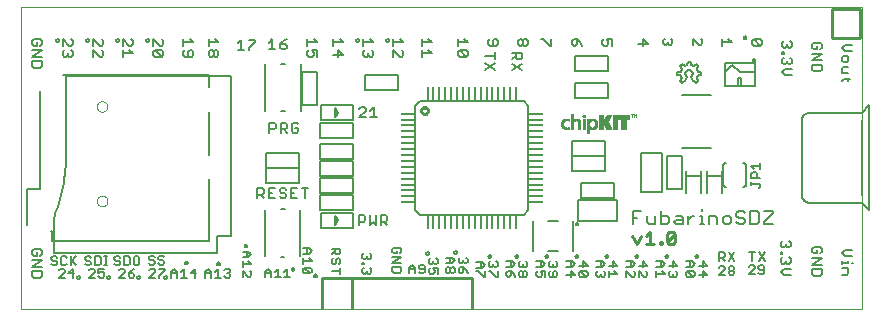
<source format=gto>
G75*
%MOIN*%
%OFA0B0*%
%FSLAX24Y24*%
%IPPOS*%
%LPD*%
%AMOC8*
5,1,8,0,0,1.08239X$1,22.5*
%
%ADD10C,0.0000*%
%ADD11C,0.0100*%
%ADD12C,0.0070*%
%ADD13C,0.0060*%
%ADD14C,0.0050*%
%ADD15C,0.0080*%
%ADD16C,0.0090*%
%ADD17C,0.0080*%
%ADD18C,0.0004*%
%ADD19C,0.0020*%
%ADD20R,0.0472X0.0079*%
%ADD21R,0.0079X0.0472*%
D10*
X004240Y017780D02*
X004240Y027820D01*
X032280Y027820D01*
X032280Y017780D01*
X004240Y017780D01*
X006763Y021364D02*
X006765Y021390D01*
X006771Y021416D01*
X006780Y021440D01*
X006793Y021463D01*
X006810Y021483D01*
X006829Y021501D01*
X006851Y021516D01*
X006874Y021527D01*
X006899Y021535D01*
X006925Y021539D01*
X006951Y021539D01*
X006977Y021535D01*
X007002Y021527D01*
X007026Y021516D01*
X007047Y021501D01*
X007066Y021483D01*
X007083Y021463D01*
X007096Y021440D01*
X007105Y021416D01*
X007111Y021390D01*
X007113Y021364D01*
X007111Y021338D01*
X007105Y021312D01*
X007096Y021288D01*
X007083Y021265D01*
X007066Y021245D01*
X007047Y021227D01*
X007025Y021212D01*
X007002Y021201D01*
X006977Y021193D01*
X006951Y021189D01*
X006925Y021189D01*
X006899Y021193D01*
X006874Y021201D01*
X006850Y021212D01*
X006829Y021227D01*
X006810Y021245D01*
X006793Y021265D01*
X006780Y021288D01*
X006771Y021312D01*
X006765Y021338D01*
X006763Y021364D01*
X006763Y024514D02*
X006765Y024540D01*
X006771Y024566D01*
X006780Y024590D01*
X006793Y024613D01*
X006810Y024633D01*
X006829Y024651D01*
X006851Y024666D01*
X006874Y024677D01*
X006899Y024685D01*
X006925Y024689D01*
X006951Y024689D01*
X006977Y024685D01*
X007002Y024677D01*
X007026Y024666D01*
X007047Y024651D01*
X007066Y024633D01*
X007083Y024613D01*
X007096Y024590D01*
X007105Y024566D01*
X007111Y024540D01*
X007113Y024514D01*
X007111Y024488D01*
X007105Y024462D01*
X007096Y024438D01*
X007083Y024415D01*
X007066Y024395D01*
X007047Y024377D01*
X007025Y024362D01*
X007002Y024351D01*
X006977Y024343D01*
X006951Y024339D01*
X006925Y024339D01*
X006899Y024343D01*
X006874Y024351D01*
X006850Y024362D01*
X006829Y024377D01*
X006810Y024395D01*
X006793Y024415D01*
X006780Y024438D01*
X006771Y024462D01*
X006765Y024488D01*
X006763Y024514D01*
D11*
X014260Y018800D02*
X015260Y018800D01*
X015260Y017800D01*
X015260Y018800D02*
X019260Y018800D01*
X019260Y017800D01*
X014260Y017800D02*
X014260Y018800D01*
X017574Y024375D02*
X017576Y024395D01*
X017581Y024415D01*
X017591Y024433D01*
X017603Y024450D01*
X017618Y024464D01*
X017636Y024474D01*
X017655Y024482D01*
X017675Y024486D01*
X017695Y024486D01*
X017715Y024482D01*
X017734Y024474D01*
X017752Y024464D01*
X017767Y024450D01*
X017779Y024433D01*
X017789Y024415D01*
X017794Y024395D01*
X017796Y024375D01*
X017794Y024355D01*
X017789Y024335D01*
X017779Y024317D01*
X017767Y024300D01*
X017752Y024286D01*
X017734Y024276D01*
X017715Y024268D01*
X017695Y024264D01*
X017675Y024264D01*
X017655Y024268D01*
X017636Y024276D01*
X017618Y024286D01*
X017603Y024300D01*
X017591Y024317D01*
X017581Y024335D01*
X017576Y024355D01*
X017574Y024375D01*
X031260Y026800D02*
X032210Y026800D01*
X032210Y027750D01*
X031260Y027750D01*
X031260Y026800D01*
D12*
X030925Y026590D02*
X030925Y026480D01*
X030870Y026425D01*
X030760Y026425D02*
X030760Y026535D01*
X030760Y026425D02*
X030650Y026425D01*
X030595Y026480D01*
X030595Y026590D01*
X030650Y026645D01*
X030870Y026645D01*
X030925Y026590D01*
X030925Y026277D02*
X030595Y026056D01*
X030925Y026056D01*
X030925Y025908D02*
X030925Y025743D01*
X030870Y025688D01*
X030650Y025688D01*
X030595Y025743D01*
X030595Y025908D01*
X030925Y025908D01*
X030925Y026277D02*
X030595Y026277D01*
X029935Y026087D02*
X029935Y025977D01*
X029880Y025922D01*
X029825Y025922D01*
X029770Y025977D01*
X029715Y025922D01*
X029660Y025922D01*
X029605Y025977D01*
X029605Y026087D01*
X029660Y026143D01*
X029660Y026272D02*
X029605Y026272D01*
X029605Y026327D01*
X029660Y026327D01*
X029660Y026272D01*
X029660Y026475D02*
X029605Y026530D01*
X029605Y026640D01*
X029660Y026695D01*
X029770Y026585D02*
X029770Y026530D01*
X029715Y026475D01*
X029660Y026475D01*
X029770Y026530D02*
X029825Y026475D01*
X029880Y026475D01*
X029935Y026530D01*
X029935Y026640D01*
X029880Y026695D01*
X028925Y026710D02*
X028925Y026600D01*
X028870Y026545D01*
X028650Y026765D01*
X028595Y026710D01*
X028595Y026600D01*
X028650Y026545D01*
X028870Y026545D01*
X028925Y026710D02*
X028870Y026765D01*
X028650Y026765D01*
X027925Y026655D02*
X027595Y026655D01*
X027595Y026765D02*
X027595Y026545D01*
X027815Y026765D02*
X027925Y026655D01*
X029770Y026032D02*
X029770Y025977D01*
X029935Y026087D02*
X029880Y026143D01*
X029935Y025774D02*
X029715Y025774D01*
X029605Y025664D01*
X029715Y025554D01*
X029935Y025554D01*
X031595Y025618D02*
X031815Y025618D01*
X031815Y025470D02*
X031815Y025360D01*
X031870Y025415D02*
X031650Y025415D01*
X031595Y025360D01*
X031595Y025618D02*
X031595Y025783D01*
X031650Y025838D01*
X031815Y025838D01*
X031760Y025986D02*
X031815Y026042D01*
X031815Y026152D01*
X031760Y026207D01*
X031650Y026207D01*
X031595Y026152D01*
X031595Y026042D01*
X031650Y025986D01*
X031760Y025986D01*
X031705Y026355D02*
X031925Y026355D01*
X031925Y026575D02*
X031705Y026575D01*
X031595Y026465D01*
X031705Y026355D01*
X025125Y026600D02*
X024960Y026765D01*
X024960Y026545D01*
X024795Y026600D02*
X025125Y026600D01*
X023925Y026545D02*
X023925Y026765D01*
X023760Y026765D01*
X023815Y026655D01*
X023815Y026600D01*
X023760Y026545D01*
X023650Y026545D01*
X023595Y026600D01*
X023595Y026710D01*
X023650Y026765D01*
X022925Y026545D02*
X022870Y026655D01*
X022760Y026765D01*
X022760Y026600D01*
X022705Y026545D01*
X022650Y026545D01*
X022595Y026600D01*
X022595Y026710D01*
X022650Y026765D01*
X022760Y026765D01*
X021905Y026765D02*
X021905Y026545D01*
X021850Y026545D01*
X021630Y026765D01*
X021575Y026765D01*
X021125Y026710D02*
X021125Y026600D01*
X021070Y026545D01*
X021015Y026545D01*
X020960Y026600D01*
X020960Y026710D01*
X021015Y026765D01*
X021070Y026765D01*
X021125Y026710D01*
X020960Y026710D02*
X020905Y026765D01*
X020850Y026765D01*
X020795Y026710D01*
X020795Y026600D01*
X020850Y026545D01*
X020905Y026545D01*
X020960Y026600D01*
X020945Y026305D02*
X020615Y026305D01*
X020725Y026305D02*
X020725Y026140D01*
X020780Y026085D01*
X020890Y026085D01*
X020945Y026140D01*
X020945Y026305D01*
X020725Y026195D02*
X020615Y026085D01*
X020615Y025937D02*
X020945Y025716D01*
X020945Y025937D02*
X020615Y025716D01*
X019125Y026232D02*
X019070Y026176D01*
X018850Y026397D01*
X018795Y026342D01*
X018795Y026232D01*
X018850Y026176D01*
X019070Y026176D01*
X019125Y026232D02*
X019125Y026342D01*
X019070Y026397D01*
X018850Y026397D01*
X018795Y026545D02*
X018795Y026765D01*
X018795Y026655D02*
X019125Y026655D01*
X019015Y026765D01*
X019795Y026710D02*
X019795Y026600D01*
X019850Y026545D01*
X020070Y026545D01*
X020125Y026600D01*
X020125Y026710D01*
X020070Y026765D01*
X020015Y026765D01*
X019960Y026710D01*
X019960Y026545D01*
X019795Y026710D02*
X019850Y026765D01*
X017925Y026655D02*
X017595Y026655D01*
X017595Y026765D02*
X017595Y026545D01*
X017595Y026397D02*
X017595Y026176D01*
X017595Y026287D02*
X017925Y026287D01*
X017815Y026397D01*
X017925Y026655D02*
X017815Y026765D01*
X016975Y026655D02*
X016645Y026655D01*
X016645Y026765D02*
X016645Y026545D01*
X016645Y026397D02*
X016865Y026176D01*
X016920Y026176D01*
X016975Y026232D01*
X016975Y026342D01*
X016920Y026397D01*
X016975Y026655D02*
X016865Y026765D01*
X016645Y026397D02*
X016645Y026176D01*
X015975Y026232D02*
X015920Y026176D01*
X015865Y026176D01*
X015810Y026232D01*
X015755Y026176D01*
X015700Y026176D01*
X015645Y026232D01*
X015645Y026342D01*
X015700Y026397D01*
X015810Y026287D02*
X015810Y026232D01*
X015975Y026232D02*
X015975Y026342D01*
X015920Y026397D01*
X015975Y026655D02*
X015645Y026655D01*
X015645Y026765D02*
X015645Y026545D01*
X015865Y026765D02*
X015975Y026655D01*
X014975Y026655D02*
X014645Y026655D01*
X014645Y026765D02*
X014645Y026545D01*
X014810Y026397D02*
X014810Y026176D01*
X014975Y026232D02*
X014810Y026397D01*
X014645Y026232D02*
X014975Y026232D01*
X014975Y026655D02*
X014865Y026765D01*
X014095Y026655D02*
X013765Y026655D01*
X013765Y026765D02*
X013765Y026545D01*
X013820Y026397D02*
X013765Y026342D01*
X013765Y026232D01*
X013820Y026176D01*
X013930Y026176D01*
X013985Y026232D01*
X013985Y026287D01*
X013930Y026397D01*
X014095Y026397D01*
X014095Y026176D01*
X014095Y026655D02*
X013985Y026765D01*
X013083Y026755D02*
X012973Y026700D01*
X012863Y026590D01*
X013028Y026590D01*
X013083Y026535D01*
X013083Y026480D01*
X013028Y026425D01*
X012918Y026425D01*
X012863Y026480D01*
X012863Y026590D01*
X012715Y026425D02*
X012495Y026425D01*
X012605Y026425D02*
X012605Y026755D01*
X012495Y026645D01*
X012048Y026680D02*
X011828Y026460D01*
X011828Y026405D01*
X011680Y026405D02*
X011460Y026405D01*
X011570Y026405D02*
X011570Y026735D01*
X011460Y026625D01*
X011828Y026735D02*
X012048Y026735D01*
X012048Y026680D01*
X010815Y026655D02*
X010485Y026655D01*
X010485Y026765D02*
X010485Y026545D01*
X010540Y026397D02*
X010595Y026397D01*
X010650Y026342D01*
X010650Y026232D01*
X010595Y026176D01*
X010540Y026176D01*
X010485Y026232D01*
X010485Y026342D01*
X010540Y026397D01*
X010650Y026342D02*
X010705Y026397D01*
X010760Y026397D01*
X010815Y026342D01*
X010815Y026232D01*
X010760Y026176D01*
X010705Y026176D01*
X010650Y026232D01*
X010815Y026655D02*
X010705Y026765D01*
X009975Y026655D02*
X009645Y026655D01*
X009645Y026765D02*
X009645Y026545D01*
X009700Y026397D02*
X009645Y026342D01*
X009645Y026232D01*
X009700Y026176D01*
X009920Y026176D01*
X009975Y026232D01*
X009975Y026342D01*
X009920Y026397D01*
X009865Y026397D01*
X009810Y026342D01*
X009810Y026176D01*
X009975Y026655D02*
X009865Y026765D01*
X008975Y026710D02*
X008920Y026765D01*
X008975Y026710D02*
X008975Y026600D01*
X008920Y026545D01*
X008865Y026545D01*
X008645Y026765D01*
X008645Y026545D01*
X008700Y026397D02*
X008920Y026176D01*
X008700Y026176D01*
X008645Y026232D01*
X008645Y026342D01*
X008700Y026397D01*
X008920Y026397D01*
X008975Y026342D01*
X008975Y026232D01*
X008920Y026176D01*
X007955Y026287D02*
X007625Y026287D01*
X007625Y026397D02*
X007625Y026176D01*
X007845Y026397D02*
X007955Y026287D01*
X007900Y026545D02*
X007955Y026600D01*
X007955Y026710D01*
X007900Y026765D01*
X007900Y026545D02*
X007845Y026545D01*
X007625Y026765D01*
X007625Y026545D01*
X006975Y026600D02*
X006975Y026710D01*
X006920Y026765D01*
X006975Y026600D02*
X006920Y026545D01*
X006865Y026545D01*
X006645Y026765D01*
X006645Y026545D01*
X006645Y026397D02*
X006865Y026176D01*
X006920Y026176D01*
X006975Y026232D01*
X006975Y026342D01*
X006920Y026397D01*
X006645Y026397D02*
X006645Y026176D01*
X005955Y026232D02*
X005900Y026176D01*
X005845Y026176D01*
X005790Y026232D01*
X005735Y026176D01*
X005680Y026176D01*
X005625Y026232D01*
X005625Y026342D01*
X005680Y026397D01*
X005790Y026287D02*
X005790Y026232D01*
X005955Y026232D02*
X005955Y026342D01*
X005900Y026397D01*
X005900Y026545D02*
X005845Y026545D01*
X005625Y026765D01*
X005625Y026545D01*
X005900Y026545D02*
X005955Y026600D01*
X005955Y026710D01*
X005900Y026765D01*
X004925Y026710D02*
X004870Y026765D01*
X004650Y026765D01*
X004595Y026710D01*
X004595Y026600D01*
X004650Y026545D01*
X004760Y026545D01*
X004760Y026655D01*
X004870Y026545D02*
X004925Y026600D01*
X004925Y026710D01*
X004925Y026397D02*
X004595Y026176D01*
X004925Y026176D01*
X004925Y026028D02*
X004925Y025863D01*
X004870Y025808D01*
X004650Y025808D01*
X004595Y025863D01*
X004595Y026028D01*
X004925Y026028D01*
X004925Y026397D02*
X004595Y026397D01*
X012515Y023975D02*
X012515Y023645D01*
X012515Y023755D02*
X012680Y023755D01*
X012735Y023810D01*
X012735Y023920D01*
X012680Y023975D01*
X012515Y023975D01*
X012883Y023975D02*
X013048Y023975D01*
X013103Y023920D01*
X013103Y023810D01*
X013048Y023755D01*
X012883Y023755D01*
X012993Y023755D02*
X013103Y023645D01*
X013251Y023700D02*
X013306Y023645D01*
X013416Y023645D01*
X013471Y023700D01*
X013471Y023810D01*
X013361Y023810D01*
X013251Y023920D02*
X013251Y023700D01*
X013251Y023920D02*
X013306Y023975D01*
X013416Y023975D01*
X013471Y023920D01*
X012883Y023975D02*
X012883Y023645D01*
X015505Y024155D02*
X015725Y024375D01*
X015725Y024430D01*
X015670Y024485D01*
X015560Y024485D01*
X015505Y024430D01*
X015505Y024155D02*
X015725Y024155D01*
X015873Y024155D02*
X016093Y024155D01*
X015983Y024155D02*
X015983Y024485D01*
X015873Y024375D01*
X013808Y021795D02*
X013588Y021795D01*
X013698Y021795D02*
X013698Y021465D01*
X013440Y021465D02*
X013219Y021465D01*
X013219Y021795D01*
X013440Y021795D01*
X013330Y021630D02*
X013219Y021630D01*
X013071Y021575D02*
X013071Y021520D01*
X013016Y021465D01*
X012906Y021465D01*
X012851Y021520D01*
X012906Y021630D02*
X013016Y021630D01*
X013071Y021575D01*
X013071Y021740D02*
X013016Y021795D01*
X012906Y021795D01*
X012851Y021740D01*
X012851Y021685D01*
X012906Y021630D01*
X012703Y021465D02*
X012483Y021465D01*
X012483Y021795D01*
X012703Y021795D01*
X012593Y021630D02*
X012483Y021630D01*
X012335Y021630D02*
X012335Y021740D01*
X012280Y021795D01*
X012115Y021795D01*
X012115Y021465D01*
X012115Y021575D02*
X012280Y021575D01*
X012335Y021630D01*
X012225Y021575D02*
X012335Y021465D01*
X015485Y020885D02*
X015485Y020555D01*
X015485Y020665D02*
X015650Y020665D01*
X015705Y020720D01*
X015705Y020830D01*
X015650Y020885D01*
X015485Y020885D01*
X015853Y020885D02*
X015853Y020555D01*
X015963Y020665D01*
X016073Y020555D01*
X016073Y020885D01*
X016221Y020885D02*
X016386Y020885D01*
X016441Y020830D01*
X016441Y020720D01*
X016386Y020665D01*
X016221Y020665D01*
X016221Y020555D02*
X016221Y020885D01*
X016331Y020665D02*
X016441Y020555D01*
X004925Y019710D02*
X004870Y019765D01*
X004650Y019765D01*
X004595Y019710D01*
X004595Y019600D01*
X004650Y019545D01*
X004760Y019545D01*
X004760Y019655D01*
X004870Y019545D02*
X004925Y019600D01*
X004925Y019710D01*
X004925Y019397D02*
X004595Y019176D01*
X004925Y019176D01*
X004925Y019028D02*
X004925Y018863D01*
X004870Y018808D01*
X004650Y018808D01*
X004595Y018863D01*
X004595Y019028D01*
X004925Y019028D01*
X004925Y019397D02*
X004595Y019397D01*
X029555Y019427D02*
X029610Y019483D01*
X029555Y019427D02*
X029555Y019317D01*
X029610Y019262D01*
X029665Y019262D01*
X029720Y019317D01*
X029720Y019372D01*
X029720Y019317D02*
X029775Y019262D01*
X029830Y019262D01*
X029885Y019317D01*
X029885Y019427D01*
X029830Y019483D01*
X029610Y019612D02*
X029555Y019612D01*
X029555Y019667D01*
X029610Y019667D01*
X029610Y019612D01*
X029610Y019815D02*
X029555Y019870D01*
X029555Y019980D01*
X029610Y020035D01*
X029720Y019925D02*
X029720Y019870D01*
X029665Y019815D01*
X029610Y019815D01*
X029720Y019870D02*
X029775Y019815D01*
X029830Y019815D01*
X029885Y019870D01*
X029885Y019980D01*
X029830Y020035D01*
X030595Y019780D02*
X030595Y019670D01*
X030650Y019615D01*
X030760Y019615D01*
X030760Y019725D01*
X030870Y019835D02*
X030650Y019835D01*
X030595Y019780D01*
X030870Y019835D02*
X030925Y019780D01*
X030925Y019670D01*
X030870Y019615D01*
X030925Y019467D02*
X030595Y019246D01*
X030925Y019246D01*
X030925Y019098D02*
X030925Y018933D01*
X030870Y018878D01*
X030650Y018878D01*
X030595Y018933D01*
X030595Y019098D01*
X030925Y019098D01*
X030925Y019467D02*
X030595Y019467D01*
X031595Y019367D02*
X031595Y019257D01*
X031595Y019312D02*
X031815Y019312D01*
X031815Y019367D01*
X031925Y019312D02*
X031980Y019312D01*
X031925Y019515D02*
X031705Y019515D01*
X031595Y019625D01*
X031705Y019735D01*
X031925Y019735D01*
X031815Y019121D02*
X031815Y018956D01*
X031760Y018901D01*
X031595Y018901D01*
X031595Y019121D02*
X031815Y019121D01*
X029885Y019114D02*
X029665Y019114D01*
X029555Y019004D01*
X029665Y018894D01*
X029885Y018894D01*
D13*
X028015Y018948D02*
X027967Y018900D01*
X027870Y018900D01*
X027822Y018948D01*
X027822Y018997D01*
X027870Y019045D01*
X027967Y019045D01*
X028015Y018997D01*
X028015Y018948D01*
X027967Y019045D02*
X028015Y019093D01*
X028015Y019142D01*
X027967Y019190D01*
X027870Y019190D01*
X027822Y019142D01*
X027822Y019093D01*
X027870Y019045D01*
X027693Y019093D02*
X027693Y019142D01*
X027645Y019190D01*
X027548Y019190D01*
X027500Y019142D01*
X027693Y019093D02*
X027500Y018900D01*
X027693Y018900D01*
X027693Y019370D02*
X027596Y019467D01*
X027645Y019467D02*
X027500Y019467D01*
X027500Y019370D02*
X027500Y019660D01*
X027645Y019660D01*
X027693Y019612D01*
X027693Y019515D01*
X027645Y019467D01*
X027822Y019370D02*
X028015Y019660D01*
X027822Y019660D02*
X028015Y019370D01*
X027110Y019205D02*
X026965Y019350D01*
X026965Y019157D01*
X026965Y019028D02*
X026965Y018834D01*
X027110Y018883D02*
X026965Y019028D01*
X026820Y018883D02*
X027110Y018883D01*
X027110Y019205D02*
X026820Y019205D01*
X026690Y019253D02*
X026593Y019157D01*
X026400Y019157D01*
X026448Y019028D02*
X026641Y018834D01*
X026448Y018834D01*
X026400Y018883D01*
X026400Y018979D01*
X026448Y019028D01*
X026641Y019028D01*
X026690Y018979D01*
X026690Y018883D01*
X026641Y018834D01*
X026545Y019157D02*
X026545Y019350D01*
X026593Y019350D02*
X026690Y019253D01*
X026593Y019350D02*
X026400Y019350D01*
X026110Y019205D02*
X025965Y019350D01*
X025965Y019157D01*
X025820Y019205D02*
X026110Y019205D01*
X026061Y019028D02*
X026110Y018979D01*
X026110Y018883D01*
X026061Y018834D01*
X026013Y018834D01*
X025965Y018883D01*
X025916Y018834D01*
X025868Y018834D01*
X025820Y018883D01*
X025820Y018979D01*
X025868Y019028D01*
X025965Y018931D02*
X025965Y018883D01*
X025700Y018931D02*
X025410Y018931D01*
X025410Y019028D02*
X025410Y018834D01*
X025603Y019028D02*
X025700Y018931D01*
X025603Y019157D02*
X025410Y019157D01*
X025555Y019157D02*
X025555Y019350D01*
X025603Y019350D02*
X025700Y019253D01*
X025603Y019157D01*
X025603Y019350D02*
X025410Y019350D01*
X025110Y019205D02*
X024965Y019350D01*
X024965Y019157D01*
X024820Y019205D02*
X025110Y019205D01*
X025061Y019028D02*
X025110Y018979D01*
X025110Y018883D01*
X025061Y018834D01*
X025013Y018834D01*
X024820Y019028D01*
X024820Y018834D01*
X024700Y018883D02*
X024700Y018979D01*
X024651Y019028D01*
X024603Y019157D02*
X024410Y019157D01*
X024410Y019028D02*
X024603Y018834D01*
X024651Y018834D01*
X024700Y018883D01*
X024603Y019157D02*
X024700Y019253D01*
X024603Y019350D01*
X024410Y019350D01*
X024555Y019350D02*
X024555Y019157D01*
X024410Y019028D02*
X024410Y018834D01*
X024110Y018931D02*
X023820Y018931D01*
X023820Y019028D02*
X023820Y018834D01*
X023700Y018883D02*
X023651Y018834D01*
X023603Y018834D01*
X023555Y018883D01*
X023506Y018834D01*
X023458Y018834D01*
X023410Y018883D01*
X023410Y018979D01*
X023458Y019028D01*
X023555Y018931D02*
X023555Y018883D01*
X023700Y018883D02*
X023700Y018979D01*
X023651Y019028D01*
X023603Y019157D02*
X023410Y019157D01*
X023555Y019157D02*
X023555Y019350D01*
X023603Y019350D02*
X023700Y019253D01*
X023603Y019157D01*
X023603Y019350D02*
X023410Y019350D01*
X023120Y019205D02*
X022975Y019350D01*
X022975Y019157D01*
X022830Y019205D02*
X023120Y019205D01*
X023071Y019028D02*
X023120Y018979D01*
X023120Y018883D01*
X023071Y018834D01*
X022878Y019028D01*
X022830Y018979D01*
X022830Y018883D01*
X022878Y018834D01*
X023071Y018834D01*
X023071Y019028D02*
X022878Y019028D01*
X022700Y018883D02*
X022555Y019028D01*
X022555Y018834D01*
X022410Y018883D02*
X022700Y018883D01*
X022603Y019157D02*
X022410Y019157D01*
X022555Y019157D02*
X022555Y019350D01*
X022603Y019350D02*
X022700Y019253D01*
X022603Y019157D01*
X022603Y019350D02*
X022410Y019350D01*
X022110Y019302D02*
X022110Y019205D01*
X022061Y019157D01*
X022013Y019157D01*
X021965Y019205D01*
X021916Y019157D01*
X021868Y019157D01*
X021820Y019205D01*
X021820Y019302D01*
X021868Y019350D01*
X021965Y019253D02*
X021965Y019205D01*
X022061Y019350D02*
X022110Y019302D01*
X022061Y019028D02*
X022013Y019028D01*
X021965Y018979D01*
X021965Y018834D01*
X022061Y018834D02*
X022110Y018883D01*
X022110Y018979D01*
X022061Y019028D01*
X021868Y019028D02*
X021820Y018979D01*
X021820Y018883D01*
X021868Y018834D01*
X022061Y018834D01*
X021700Y018834D02*
X021700Y019028D01*
X021555Y019028D01*
X021603Y018931D01*
X021603Y018883D01*
X021555Y018834D01*
X021458Y018834D01*
X021410Y018883D01*
X021410Y018979D01*
X021458Y019028D01*
X021410Y019157D02*
X021603Y019157D01*
X021700Y019253D01*
X021603Y019350D01*
X021410Y019350D01*
X021555Y019350D02*
X021555Y019157D01*
X021110Y019205D02*
X021061Y019157D01*
X021013Y019157D01*
X020965Y019205D01*
X020916Y019157D01*
X020868Y019157D01*
X020820Y019205D01*
X020820Y019302D01*
X020868Y019350D01*
X020965Y019253D02*
X020965Y019205D01*
X021110Y019205D02*
X021110Y019302D01*
X021061Y019350D01*
X021061Y019028D02*
X021013Y019028D01*
X020965Y018979D01*
X020965Y018883D01*
X020916Y018834D01*
X020868Y018834D01*
X020820Y018883D01*
X020820Y018979D01*
X020868Y019028D01*
X020916Y019028D01*
X020965Y018979D01*
X020965Y018883D02*
X021013Y018834D01*
X021061Y018834D01*
X021110Y018883D01*
X021110Y018979D01*
X021061Y019028D01*
X020700Y018834D02*
X020651Y018931D01*
X020555Y019028D01*
X020555Y018883D01*
X020506Y018834D01*
X020458Y018834D01*
X020410Y018883D01*
X020410Y018979D01*
X020458Y019028D01*
X020555Y019028D01*
X020555Y019157D02*
X020555Y019350D01*
X020603Y019350D02*
X020700Y019253D01*
X020603Y019157D01*
X020410Y019157D01*
X020410Y019350D02*
X020603Y019350D01*
X020120Y019302D02*
X020120Y019205D01*
X020071Y019157D01*
X020023Y019157D01*
X019975Y019205D01*
X019926Y019157D01*
X019878Y019157D01*
X019830Y019205D01*
X019830Y019302D01*
X019878Y019350D01*
X019975Y019253D02*
X019975Y019205D01*
X020071Y019350D02*
X020120Y019302D01*
X020120Y019028D02*
X020120Y018834D01*
X020071Y018834D01*
X019878Y019028D01*
X019830Y019028D01*
X019700Y019018D02*
X019700Y018824D01*
X019651Y018824D01*
X019458Y019018D01*
X019410Y019018D01*
X019410Y019147D02*
X019603Y019147D01*
X019700Y019243D01*
X019603Y019340D01*
X019410Y019340D01*
X019555Y019340D02*
X019555Y019147D01*
X019120Y018964D02*
X019071Y019061D01*
X018975Y019158D01*
X018975Y019013D01*
X018926Y018964D01*
X018878Y018964D01*
X018830Y019013D01*
X018830Y019109D01*
X018878Y019158D01*
X018975Y019158D01*
X019023Y019287D02*
X018975Y019335D01*
X018926Y019287D01*
X018878Y019287D01*
X018830Y019335D01*
X018830Y019432D01*
X018878Y019480D01*
X018975Y019383D02*
X018975Y019335D01*
X019023Y019287D02*
X019071Y019287D01*
X019120Y019335D01*
X019120Y019432D01*
X019071Y019480D01*
X018690Y019383D02*
X018593Y019287D01*
X018400Y019287D01*
X018448Y019158D02*
X018496Y019158D01*
X018545Y019109D01*
X018545Y019013D01*
X018496Y018964D01*
X018448Y018964D01*
X018400Y019013D01*
X018400Y019109D01*
X018448Y019158D01*
X018545Y019109D02*
X018593Y019158D01*
X018641Y019158D01*
X018690Y019109D01*
X018690Y019013D01*
X018641Y018964D01*
X018593Y018964D01*
X018545Y019013D01*
X018545Y019287D02*
X018545Y019480D01*
X018593Y019480D02*
X018690Y019383D01*
X018593Y019480D02*
X018400Y019480D01*
X018120Y019402D02*
X018120Y019305D01*
X018071Y019257D01*
X018023Y019257D01*
X017975Y019305D01*
X017926Y019257D01*
X017878Y019257D01*
X017830Y019305D01*
X017830Y019402D01*
X017878Y019450D01*
X017975Y019353D02*
X017975Y019305D01*
X018071Y019450D02*
X018120Y019402D01*
X018120Y019128D02*
X017975Y019128D01*
X018023Y019031D01*
X018023Y018983D01*
X017975Y018934D01*
X017878Y018934D01*
X017830Y018983D01*
X017830Y019079D01*
X017878Y019128D01*
X017685Y019095D02*
X017540Y019095D01*
X017492Y019143D01*
X017492Y019192D01*
X017540Y019240D01*
X017637Y019240D01*
X017685Y019192D01*
X017685Y018998D01*
X017637Y018950D01*
X017540Y018950D01*
X017492Y018998D01*
X017363Y018950D02*
X017363Y019143D01*
X017266Y019240D01*
X017170Y019143D01*
X017170Y018950D01*
X017170Y019095D02*
X017363Y019095D01*
X016900Y019165D02*
X016900Y019020D01*
X016851Y018972D01*
X016658Y018972D01*
X016610Y019020D01*
X016610Y019165D01*
X016900Y019165D01*
X016900Y019294D02*
X016610Y019294D01*
X016900Y019488D01*
X016610Y019488D01*
X016658Y019617D02*
X016755Y019617D01*
X016755Y019713D01*
X016851Y019617D02*
X016900Y019665D01*
X016900Y019762D01*
X016851Y019810D01*
X016658Y019810D01*
X016610Y019762D01*
X016610Y019665D01*
X016658Y019617D01*
X015900Y019572D02*
X015900Y019475D01*
X015851Y019427D01*
X015803Y019427D01*
X015755Y019475D01*
X015706Y019427D01*
X015658Y019427D01*
X015610Y019475D01*
X015610Y019572D01*
X015658Y019620D01*
X015755Y019523D02*
X015755Y019475D01*
X015851Y019620D02*
X015900Y019572D01*
X015658Y019298D02*
X015658Y019249D01*
X015610Y019249D01*
X015610Y019298D01*
X015658Y019298D01*
X015658Y019137D02*
X015610Y019088D01*
X015610Y018991D01*
X015658Y018943D01*
X015706Y018943D01*
X015755Y018991D01*
X015755Y019040D01*
X015755Y018991D02*
X015803Y018943D01*
X015851Y018943D01*
X015900Y018991D01*
X015900Y019088D01*
X015851Y019137D01*
X014880Y019135D02*
X014880Y018942D01*
X014880Y019039D02*
X014590Y019039D01*
X014638Y019264D02*
X014590Y019313D01*
X014590Y019409D01*
X014638Y019458D01*
X014735Y019409D02*
X014735Y019313D01*
X014686Y019264D01*
X014638Y019264D01*
X014735Y019409D02*
X014783Y019458D01*
X014831Y019458D01*
X014880Y019409D01*
X014880Y019313D01*
X014831Y019264D01*
X014831Y019587D02*
X014735Y019587D01*
X014686Y019635D01*
X014686Y019780D01*
X014590Y019780D02*
X014880Y019780D01*
X014880Y019635D01*
X014831Y019587D01*
X014686Y019683D02*
X014590Y019587D01*
X013920Y019693D02*
X013823Y019597D01*
X013630Y019597D01*
X013630Y019468D02*
X013630Y019274D01*
X013630Y019371D02*
X013920Y019371D01*
X013823Y019468D01*
X013775Y019597D02*
X013775Y019790D01*
X013823Y019790D02*
X013920Y019693D01*
X013823Y019790D02*
X013630Y019790D01*
X013678Y019145D02*
X013630Y019097D01*
X013630Y019000D01*
X013678Y018952D01*
X013871Y018952D01*
X013678Y019145D01*
X013871Y019145D01*
X013920Y019097D01*
X013920Y019000D01*
X013871Y018952D01*
X013208Y018820D02*
X013014Y018820D01*
X013111Y018820D02*
X013111Y019110D01*
X013014Y019013D01*
X012885Y018820D02*
X012692Y018820D01*
X012789Y018820D02*
X012789Y019110D01*
X012692Y019013D01*
X012563Y019013D02*
X012563Y018820D01*
X012563Y018965D02*
X012370Y018965D01*
X012370Y019013D02*
X012466Y019110D01*
X012563Y019013D01*
X012370Y019013D02*
X012370Y018820D01*
X011910Y018890D02*
X011910Y018987D01*
X011861Y019035D01*
X011910Y018890D02*
X011861Y018842D01*
X011813Y018842D01*
X011620Y019035D01*
X011620Y018842D01*
X011620Y019164D02*
X011620Y019358D01*
X011620Y019261D02*
X011910Y019261D01*
X011813Y019358D01*
X011813Y019487D02*
X011620Y019487D01*
X011765Y019487D02*
X011765Y019680D01*
X011813Y019680D02*
X011910Y019583D01*
X011813Y019487D01*
X011813Y019680D02*
X011620Y019680D01*
X011159Y019100D02*
X011208Y019052D01*
X011208Y019003D01*
X011159Y018955D01*
X011208Y018907D01*
X011208Y018858D01*
X011159Y018810D01*
X011062Y018810D01*
X011014Y018858D01*
X011111Y018955D02*
X011159Y018955D01*
X011159Y019100D02*
X011062Y019100D01*
X011014Y019052D01*
X010789Y019100D02*
X010789Y018810D01*
X010885Y018810D02*
X010692Y018810D01*
X010563Y018810D02*
X010563Y019003D01*
X010466Y019100D01*
X010370Y019003D01*
X010370Y018810D01*
X010370Y018955D02*
X010563Y018955D01*
X010692Y019003D02*
X010789Y019100D01*
X010078Y018955D02*
X009884Y018955D01*
X010029Y019100D01*
X010029Y018810D01*
X009755Y018810D02*
X009562Y018810D01*
X009659Y018810D02*
X009659Y019100D01*
X009562Y019003D01*
X009433Y019003D02*
X009433Y018810D01*
X009433Y018955D02*
X009240Y018955D01*
X009240Y019003D02*
X009336Y019100D01*
X009433Y019003D01*
X009240Y019003D02*
X009240Y018810D01*
X009025Y019052D02*
X008832Y018858D01*
X008832Y018810D01*
X008703Y018810D02*
X008510Y018810D01*
X008703Y019003D01*
X008703Y019052D01*
X008655Y019100D01*
X008558Y019100D01*
X008510Y019052D01*
X008538Y019240D02*
X008490Y019288D01*
X008538Y019240D02*
X008635Y019240D01*
X008683Y019288D01*
X008683Y019337D01*
X008635Y019385D01*
X008538Y019385D01*
X008490Y019433D01*
X008490Y019482D01*
X008538Y019530D01*
X008635Y019530D01*
X008683Y019482D01*
X008812Y019482D02*
X008812Y019433D01*
X008860Y019385D01*
X008957Y019385D01*
X009005Y019337D01*
X009005Y019288D01*
X008957Y019240D01*
X008860Y019240D01*
X008812Y019288D01*
X008832Y019100D02*
X009025Y019100D01*
X009025Y019052D01*
X009005Y019482D02*
X008957Y019530D01*
X008860Y019530D01*
X008812Y019482D01*
X008178Y019472D02*
X008129Y019520D01*
X008032Y019520D01*
X007984Y019472D01*
X007984Y019278D01*
X008032Y019230D01*
X008129Y019230D01*
X008178Y019278D01*
X008178Y019472D01*
X007855Y019472D02*
X007807Y019520D01*
X007662Y019520D01*
X007662Y019230D01*
X007807Y019230D01*
X007855Y019278D01*
X007855Y019472D01*
X007533Y019472D02*
X007485Y019520D01*
X007388Y019520D01*
X007340Y019472D01*
X007340Y019423D01*
X007388Y019375D01*
X007485Y019375D01*
X007533Y019327D01*
X007533Y019278D01*
X007485Y019230D01*
X007388Y019230D01*
X007340Y019278D01*
X007111Y019230D02*
X007014Y019230D01*
X007062Y019230D02*
X007062Y019520D01*
X007014Y019520D02*
X007111Y019520D01*
X006885Y019472D02*
X006837Y019520D01*
X006692Y019520D01*
X006692Y019230D01*
X006837Y019230D01*
X006885Y019278D01*
X006885Y019472D01*
X006563Y019472D02*
X006515Y019520D01*
X006418Y019520D01*
X006370Y019472D01*
X006370Y019423D01*
X006418Y019375D01*
X006515Y019375D01*
X006563Y019327D01*
X006563Y019278D01*
X006515Y019230D01*
X006418Y019230D01*
X006370Y019278D01*
X006538Y019100D02*
X006490Y019052D01*
X006538Y019100D02*
X006635Y019100D01*
X006683Y019052D01*
X006683Y019003D01*
X006490Y018810D01*
X006683Y018810D01*
X006812Y018858D02*
X006860Y018810D01*
X006957Y018810D01*
X007005Y018858D01*
X007005Y018955D01*
X006957Y019003D01*
X006909Y019003D01*
X006812Y018955D01*
X006812Y019100D01*
X007005Y019100D01*
X007500Y019052D02*
X007548Y019100D01*
X007645Y019100D01*
X007693Y019052D01*
X007693Y019003D01*
X007500Y018810D01*
X007693Y018810D01*
X007822Y018858D02*
X007870Y018810D01*
X007967Y018810D01*
X008015Y018858D01*
X008015Y018907D01*
X007967Y018955D01*
X007822Y018955D01*
X007822Y018858D01*
X007822Y018955D02*
X007919Y019052D01*
X008015Y019100D01*
X006078Y019230D02*
X005932Y019375D01*
X005884Y019327D02*
X006078Y019520D01*
X005884Y019520D02*
X005884Y019230D01*
X005755Y019278D02*
X005707Y019230D01*
X005610Y019230D01*
X005562Y019278D01*
X005562Y019472D01*
X005610Y019520D01*
X005707Y019520D01*
X005755Y019472D01*
X005433Y019472D02*
X005385Y019520D01*
X005288Y019520D01*
X005240Y019472D01*
X005240Y019423D01*
X005288Y019375D01*
X005385Y019375D01*
X005433Y019327D01*
X005433Y019278D01*
X005385Y019230D01*
X005288Y019230D01*
X005240Y019278D01*
X005490Y019052D02*
X005538Y019100D01*
X005635Y019100D01*
X005683Y019052D01*
X005683Y019003D01*
X005490Y018810D01*
X005683Y018810D01*
X005812Y018955D02*
X006005Y018955D01*
X005957Y018810D02*
X005957Y019100D01*
X005812Y018955D01*
X018120Y018934D02*
X018120Y019128D01*
X023820Y019205D02*
X024110Y019205D01*
X023965Y019350D01*
X023965Y019157D01*
X024013Y019028D02*
X024110Y018931D01*
X020040Y025725D02*
X019700Y025952D01*
X019700Y025725D02*
X020040Y025952D01*
X020040Y026093D02*
X020040Y026320D01*
X020040Y026207D02*
X019700Y026207D01*
X025640Y026620D02*
X025640Y026720D01*
X025690Y026770D01*
X025790Y026670D02*
X025790Y026620D01*
X025740Y026570D01*
X025690Y026570D01*
X025640Y026620D01*
X025790Y026620D02*
X025840Y026570D01*
X025890Y026570D01*
X025940Y026620D01*
X025940Y026720D01*
X025890Y026770D01*
X026640Y026770D02*
X026840Y026570D01*
X026890Y026570D01*
X026940Y026620D01*
X026940Y026720D01*
X026890Y026770D01*
X026640Y026770D02*
X026640Y026570D01*
D14*
X023810Y026200D02*
X023810Y025700D01*
X022710Y025700D01*
X022710Y026200D01*
X023810Y026200D01*
X023810Y025300D02*
X022710Y025300D01*
X022710Y024800D01*
X023810Y024800D01*
X023810Y025300D01*
X026269Y024900D02*
X027239Y024900D01*
X027239Y023140D02*
X026269Y023140D01*
X026270Y022850D02*
X025770Y022850D01*
X025770Y021750D01*
X026270Y021750D01*
X026270Y022850D01*
X025610Y022950D02*
X025610Y021650D01*
X024910Y021650D01*
X024910Y022950D01*
X025610Y022950D01*
X024010Y021970D02*
X024010Y021470D01*
X022910Y021470D01*
X022910Y021970D01*
X024010Y021970D01*
X024090Y021410D02*
X022790Y021410D01*
X022790Y020710D01*
X024090Y020710D01*
X024090Y021410D01*
X022724Y020602D02*
X022726Y020614D01*
X022731Y020625D01*
X022740Y020634D01*
X022751Y020639D01*
X022763Y020641D01*
X022775Y020639D01*
X022786Y020634D01*
X022795Y020625D01*
X022800Y020614D01*
X022802Y020602D01*
X022800Y020590D01*
X022795Y020579D01*
X022786Y020570D01*
X022775Y020565D01*
X022763Y020563D01*
X022751Y020565D01*
X022740Y020570D01*
X022731Y020579D01*
X022726Y020590D01*
X022724Y020602D01*
X022617Y020692D02*
X022617Y019708D01*
X022129Y019708D02*
X021790Y019708D01*
X021302Y019708D02*
X021302Y020692D01*
X021790Y020692D02*
X022129Y020692D01*
X022610Y022350D02*
X022610Y022850D01*
X023710Y022850D01*
X023710Y022350D01*
X022610Y022350D01*
X022610Y022850D02*
X022610Y023350D01*
X023710Y023350D01*
X023710Y022850D01*
X022610Y022850D01*
X028574Y022540D02*
X028875Y022540D01*
X028875Y022440D02*
X028875Y022640D01*
X028674Y022440D02*
X028574Y022540D01*
X028624Y022317D02*
X028574Y022267D01*
X028574Y022117D01*
X028875Y022117D01*
X028774Y022117D02*
X028774Y022267D01*
X028724Y022317D01*
X028624Y022317D01*
X028574Y021995D02*
X028574Y021895D01*
X028574Y021945D02*
X028824Y021945D01*
X028875Y021895D01*
X028875Y021845D01*
X028824Y021795D01*
X030260Y021560D02*
X030260Y024060D01*
X030262Y024090D01*
X030267Y024120D01*
X030276Y024149D01*
X030289Y024176D01*
X030304Y024202D01*
X030323Y024226D01*
X030344Y024247D01*
X030368Y024266D01*
X030394Y024281D01*
X030421Y024294D01*
X030450Y024303D01*
X030480Y024308D01*
X030510Y024310D01*
X032260Y024310D01*
X032510Y024560D01*
X032510Y021060D01*
X032260Y021310D01*
X030510Y021310D01*
X030480Y021312D01*
X030450Y021317D01*
X030421Y021326D01*
X030394Y021339D01*
X030368Y021354D01*
X030344Y021373D01*
X030323Y021394D01*
X030304Y021418D01*
X030289Y021444D01*
X030276Y021471D01*
X030267Y021500D01*
X030262Y021530D01*
X030260Y021560D01*
X032260Y021560D02*
X032260Y024060D01*
X029017Y019655D02*
X028817Y019355D01*
X028857Y019225D02*
X028807Y019175D01*
X028807Y019125D01*
X028857Y019075D01*
X029007Y019075D01*
X029007Y018975D02*
X029007Y019175D01*
X028957Y019225D01*
X028857Y019225D01*
X028685Y019175D02*
X028635Y019225D01*
X028535Y019225D01*
X028485Y019175D01*
X028685Y019175D02*
X028685Y019125D01*
X028485Y018925D01*
X028685Y018925D01*
X028807Y018975D02*
X028857Y018925D01*
X028957Y018925D01*
X029007Y018975D01*
X029017Y019355D02*
X028817Y019655D01*
X028695Y019655D02*
X028495Y019655D01*
X028595Y019655D02*
X028595Y019355D01*
X016810Y025050D02*
X016810Y025550D01*
X015710Y025550D01*
X015710Y025050D01*
X016810Y025050D01*
X015285Y024550D02*
X015285Y024050D01*
X014235Y024050D01*
X014235Y024550D01*
X015285Y024550D01*
X014810Y024300D02*
X014760Y024375D01*
X014760Y024225D01*
X014810Y024300D01*
X014760Y024375D02*
X014710Y024450D01*
X014710Y024150D01*
X014760Y024225D01*
X014735Y024200D02*
X014735Y024400D01*
X014110Y024550D02*
X013610Y024550D01*
X013610Y025650D01*
X014110Y025650D01*
X014110Y024550D01*
X013562Y024370D02*
X013562Y025933D01*
X013023Y025937D02*
X012904Y025937D01*
X012381Y025933D02*
X012381Y024370D01*
X012900Y024359D02*
X013019Y024359D01*
X014210Y023980D02*
X015310Y023980D01*
X015310Y023480D01*
X014210Y023480D01*
X014210Y023980D01*
X014210Y023260D02*
X014210Y022760D01*
X015310Y022760D01*
X015310Y023260D01*
X014210Y023260D01*
X014210Y022690D02*
X015310Y022690D01*
X015310Y022190D01*
X014210Y022190D01*
X014210Y022690D01*
X013510Y022450D02*
X013510Y022950D01*
X012410Y022950D01*
X012410Y022450D01*
X013510Y022450D01*
X013510Y021950D01*
X012410Y021950D01*
X012410Y022450D01*
X013510Y022450D01*
X014210Y022120D02*
X015310Y022120D01*
X015310Y021620D01*
X014210Y021620D01*
X014210Y022120D01*
X014210Y021550D02*
X014210Y021050D01*
X015310Y021050D01*
X015310Y021550D01*
X014210Y021550D01*
X014235Y020980D02*
X014235Y020480D01*
X015285Y020480D01*
X015285Y020980D01*
X014235Y020980D01*
X014710Y020880D02*
X014760Y020805D01*
X014760Y020655D01*
X014810Y020730D01*
X014760Y020805D01*
X014735Y020830D02*
X014735Y020630D01*
X014760Y020655D02*
X014710Y020580D01*
X014710Y020880D01*
X013538Y021080D02*
X013538Y019517D01*
X013015Y019513D02*
X012897Y019513D01*
X012357Y019517D02*
X012357Y021080D01*
X012900Y021091D02*
X013019Y021091D01*
X011230Y020190D02*
X010780Y020190D01*
X010780Y019640D01*
X005330Y019640D01*
X005330Y020636D01*
X005329Y020637D02*
X005330Y020694D01*
X005335Y020752D01*
X005342Y020809D01*
X005353Y020865D01*
X005366Y020921D01*
X005382Y020976D01*
X005401Y021031D01*
X005730Y022810D02*
X005730Y025540D01*
X011230Y025540D01*
X011230Y020190D01*
X005402Y021030D02*
X005450Y021162D01*
X005495Y021294D01*
X005535Y021428D01*
X005572Y021563D01*
X005605Y021699D01*
X005634Y021836D01*
X005660Y021974D01*
X005681Y022112D01*
X005699Y022251D01*
X005712Y022391D01*
X005722Y022530D01*
X005728Y022670D01*
X005730Y022810D01*
D15*
X005618Y025550D02*
X010500Y025550D01*
X010500Y025156D01*
X008405Y026720D02*
X008407Y026733D01*
X008412Y026744D01*
X008421Y026754D01*
X008431Y026761D01*
X008444Y026765D01*
X008456Y026765D01*
X008469Y026761D01*
X008479Y026754D01*
X008488Y026744D01*
X008493Y026733D01*
X008495Y026720D01*
X008493Y026707D01*
X008488Y026696D01*
X008479Y026686D01*
X008469Y026679D01*
X008456Y026675D01*
X008444Y026675D01*
X008431Y026679D01*
X008421Y026686D01*
X008412Y026696D01*
X008407Y026707D01*
X008405Y026720D01*
X007405Y026720D02*
X007407Y026733D01*
X007412Y026744D01*
X007421Y026754D01*
X007431Y026761D01*
X007444Y026765D01*
X007456Y026765D01*
X007469Y026761D01*
X007479Y026754D01*
X007488Y026744D01*
X007493Y026733D01*
X007495Y026720D01*
X007493Y026707D01*
X007488Y026696D01*
X007479Y026686D01*
X007469Y026679D01*
X007456Y026675D01*
X007444Y026675D01*
X007431Y026679D01*
X007421Y026686D01*
X007412Y026696D01*
X007407Y026707D01*
X007405Y026720D01*
X006405Y026720D02*
X006407Y026733D01*
X006412Y026744D01*
X006421Y026754D01*
X006431Y026761D01*
X006444Y026765D01*
X006456Y026765D01*
X006469Y026761D01*
X006479Y026754D01*
X006488Y026744D01*
X006493Y026733D01*
X006495Y026720D01*
X006493Y026707D01*
X006488Y026696D01*
X006479Y026686D01*
X006469Y026679D01*
X006456Y026675D01*
X006444Y026675D01*
X006431Y026679D01*
X006421Y026686D01*
X006412Y026696D01*
X006407Y026707D01*
X006405Y026720D01*
X005405Y026720D02*
X005407Y026733D01*
X005412Y026744D01*
X005421Y026754D01*
X005431Y026761D01*
X005444Y026765D01*
X005456Y026765D01*
X005469Y026761D01*
X005479Y026754D01*
X005488Y026744D01*
X005493Y026733D01*
X005495Y026720D01*
X005493Y026707D01*
X005488Y026696D01*
X005479Y026686D01*
X005469Y026679D01*
X005456Y026675D01*
X005444Y026675D01*
X005431Y026679D01*
X005421Y026686D01*
X005412Y026696D01*
X005407Y026707D01*
X005405Y026720D01*
X005407Y026733D01*
X005412Y026744D01*
X005421Y026754D01*
X005431Y026761D01*
X005444Y026765D01*
X005456Y026765D01*
X005469Y026761D01*
X005479Y026754D01*
X005488Y026744D01*
X005493Y026733D01*
X005495Y026720D01*
X005493Y026707D01*
X005488Y026696D01*
X005479Y026686D01*
X005469Y026679D01*
X005456Y026675D01*
X005444Y026675D01*
X005431Y026679D01*
X005421Y026686D01*
X005412Y026696D01*
X005407Y026707D01*
X005405Y026720D01*
X010500Y022085D02*
X010500Y020038D01*
X005263Y020038D01*
X006105Y018820D02*
X006107Y018833D01*
X006112Y018844D01*
X006121Y018854D01*
X006131Y018861D01*
X006144Y018865D01*
X006156Y018865D01*
X006169Y018861D01*
X006179Y018854D01*
X006188Y018844D01*
X006193Y018833D01*
X006195Y018820D01*
X006193Y018807D01*
X006188Y018796D01*
X006179Y018786D01*
X006169Y018779D01*
X006156Y018775D01*
X006144Y018775D01*
X006131Y018779D01*
X006121Y018786D01*
X006112Y018796D01*
X006107Y018807D01*
X006105Y018820D01*
X007105Y018820D02*
X007107Y018833D01*
X007112Y018844D01*
X007121Y018854D01*
X007131Y018861D01*
X007144Y018865D01*
X007156Y018865D01*
X007169Y018861D01*
X007179Y018854D01*
X007188Y018844D01*
X007193Y018833D01*
X007195Y018820D01*
X007193Y018807D01*
X007188Y018796D01*
X007179Y018786D01*
X007169Y018779D01*
X007156Y018775D01*
X007144Y018775D01*
X007131Y018779D01*
X007121Y018786D01*
X007112Y018796D01*
X007107Y018807D01*
X007105Y018820D01*
X008105Y018820D02*
X008107Y018833D01*
X008112Y018844D01*
X008121Y018854D01*
X008131Y018861D01*
X008144Y018865D01*
X008156Y018865D01*
X008169Y018861D01*
X008179Y018854D01*
X008188Y018844D01*
X008193Y018833D01*
X008195Y018820D01*
X008193Y018807D01*
X008188Y018796D01*
X008179Y018786D01*
X008169Y018779D01*
X008156Y018775D01*
X008144Y018775D01*
X008131Y018779D01*
X008121Y018786D01*
X008112Y018796D01*
X008107Y018807D01*
X008105Y018820D01*
X009005Y018820D02*
X009007Y018833D01*
X009012Y018844D01*
X009021Y018854D01*
X009031Y018861D01*
X009044Y018865D01*
X009056Y018865D01*
X009069Y018861D01*
X009079Y018854D01*
X009088Y018844D01*
X009093Y018833D01*
X009095Y018820D01*
X009093Y018807D01*
X009088Y018796D01*
X009079Y018786D01*
X009069Y018779D01*
X009056Y018775D01*
X009044Y018775D01*
X009031Y018779D01*
X009021Y018786D01*
X009012Y018796D01*
X009007Y018807D01*
X009005Y018820D01*
X009695Y019300D02*
X009697Y019313D01*
X009702Y019324D01*
X009711Y019334D01*
X009721Y019341D01*
X009734Y019345D01*
X009746Y019345D01*
X009759Y019341D01*
X009769Y019334D01*
X009778Y019324D01*
X009783Y019313D01*
X009785Y019300D01*
X009783Y019287D01*
X009778Y019276D01*
X009769Y019266D01*
X009759Y019259D01*
X009746Y019255D01*
X009734Y019255D01*
X009721Y019259D01*
X009711Y019266D01*
X009702Y019276D01*
X009697Y019287D01*
X009695Y019300D01*
X010775Y019270D02*
X010777Y019283D01*
X010782Y019294D01*
X010791Y019304D01*
X010801Y019311D01*
X010814Y019315D01*
X010826Y019315D01*
X010839Y019311D01*
X010849Y019304D01*
X010858Y019294D01*
X010863Y019283D01*
X010865Y019270D01*
X010863Y019257D01*
X010858Y019246D01*
X010849Y019236D01*
X010839Y019229D01*
X010826Y019225D01*
X010814Y019225D01*
X010801Y019229D01*
X010791Y019236D01*
X010782Y019246D01*
X010777Y019257D01*
X010775Y019270D01*
X011685Y019870D02*
X011687Y019883D01*
X011692Y019894D01*
X011701Y019904D01*
X011711Y019911D01*
X011724Y019915D01*
X011736Y019915D01*
X011749Y019911D01*
X011759Y019904D01*
X011768Y019894D01*
X011773Y019883D01*
X011775Y019870D01*
X011773Y019857D01*
X011768Y019846D01*
X011759Y019836D01*
X011749Y019829D01*
X011736Y019825D01*
X011724Y019825D01*
X011711Y019829D01*
X011701Y019836D01*
X011692Y019846D01*
X011687Y019857D01*
X011685Y019870D01*
X013255Y019090D02*
X013257Y019103D01*
X013262Y019114D01*
X013271Y019124D01*
X013281Y019131D01*
X013294Y019135D01*
X013306Y019135D01*
X013319Y019131D01*
X013329Y019124D01*
X013338Y019114D01*
X013343Y019103D01*
X013345Y019090D01*
X013343Y019077D01*
X013338Y019066D01*
X013329Y019056D01*
X013319Y019049D01*
X013306Y019045D01*
X013294Y019045D01*
X013281Y019049D01*
X013271Y019056D01*
X013262Y019066D01*
X013257Y019077D01*
X013255Y019090D01*
X014005Y018870D02*
X014007Y018883D01*
X014012Y018894D01*
X014021Y018904D01*
X014031Y018911D01*
X014044Y018915D01*
X014056Y018915D01*
X014069Y018911D01*
X014079Y018904D01*
X014088Y018894D01*
X014093Y018883D01*
X014095Y018870D01*
X014093Y018857D01*
X014088Y018846D01*
X014079Y018836D01*
X014069Y018829D01*
X014056Y018825D01*
X014044Y018825D01*
X014031Y018829D01*
X014021Y018836D01*
X014012Y018846D01*
X014007Y018857D01*
X014005Y018870D01*
X017370Y021068D02*
X017527Y020910D01*
X020992Y020910D01*
X021149Y021068D01*
X021149Y024532D01*
X020992Y024690D01*
X017527Y024690D01*
X017370Y024532D01*
X017370Y021068D01*
X017735Y019620D02*
X017737Y019633D01*
X017742Y019644D01*
X017751Y019654D01*
X017761Y019661D01*
X017774Y019665D01*
X017786Y019665D01*
X017799Y019661D01*
X017809Y019654D01*
X017818Y019644D01*
X017823Y019633D01*
X017825Y019620D01*
X017823Y019607D01*
X017818Y019596D01*
X017809Y019586D01*
X017799Y019579D01*
X017786Y019575D01*
X017774Y019575D01*
X017761Y019579D01*
X017751Y019586D01*
X017742Y019596D01*
X017737Y019607D01*
X017735Y019620D01*
X018675Y019650D02*
X018677Y019663D01*
X018682Y019674D01*
X018691Y019684D01*
X018701Y019691D01*
X018714Y019695D01*
X018726Y019695D01*
X018739Y019691D01*
X018749Y019684D01*
X018758Y019674D01*
X018763Y019663D01*
X018765Y019650D01*
X018763Y019637D01*
X018758Y019626D01*
X018749Y019616D01*
X018739Y019609D01*
X018726Y019605D01*
X018714Y019605D01*
X018701Y019609D01*
X018691Y019616D01*
X018682Y019626D01*
X018677Y019637D01*
X018675Y019650D01*
X019815Y019520D02*
X019817Y019533D01*
X019822Y019544D01*
X019831Y019554D01*
X019841Y019561D01*
X019854Y019565D01*
X019866Y019565D01*
X019879Y019561D01*
X019889Y019554D01*
X019898Y019544D01*
X019903Y019533D01*
X019905Y019520D01*
X019903Y019507D01*
X019898Y019496D01*
X019889Y019486D01*
X019879Y019479D01*
X019866Y019475D01*
X019854Y019475D01*
X019841Y019479D01*
X019831Y019486D01*
X019822Y019496D01*
X019817Y019507D01*
X019815Y019520D01*
X020715Y019520D02*
X020717Y019533D01*
X020722Y019544D01*
X020731Y019554D01*
X020741Y019561D01*
X020754Y019565D01*
X020766Y019565D01*
X020779Y019561D01*
X020789Y019554D01*
X020798Y019544D01*
X020803Y019533D01*
X020805Y019520D01*
X020803Y019507D01*
X020798Y019496D01*
X020789Y019486D01*
X020779Y019479D01*
X020766Y019475D01*
X020754Y019475D01*
X020741Y019479D01*
X020731Y019486D01*
X020722Y019496D01*
X020717Y019507D01*
X020715Y019520D01*
X021715Y019520D02*
X021717Y019533D01*
X021722Y019544D01*
X021731Y019554D01*
X021741Y019561D01*
X021754Y019565D01*
X021766Y019565D01*
X021779Y019561D01*
X021789Y019554D01*
X021798Y019544D01*
X021803Y019533D01*
X021805Y019520D01*
X021803Y019507D01*
X021798Y019496D01*
X021789Y019486D01*
X021779Y019479D01*
X021766Y019475D01*
X021754Y019475D01*
X021741Y019479D01*
X021731Y019486D01*
X021722Y019496D01*
X021717Y019507D01*
X021715Y019520D01*
X022715Y019520D02*
X022717Y019533D01*
X022722Y019544D01*
X022731Y019554D01*
X022741Y019561D01*
X022754Y019565D01*
X022766Y019565D01*
X022779Y019561D01*
X022789Y019554D01*
X022798Y019544D01*
X022803Y019533D01*
X022805Y019520D01*
X022803Y019507D01*
X022798Y019496D01*
X022789Y019486D01*
X022779Y019479D01*
X022766Y019475D01*
X022754Y019475D01*
X022741Y019479D01*
X022731Y019486D01*
X022722Y019496D01*
X022717Y019507D01*
X022715Y019520D01*
X022717Y019533D01*
X022722Y019544D01*
X022731Y019554D01*
X022741Y019561D01*
X022754Y019565D01*
X022766Y019565D01*
X022779Y019561D01*
X022789Y019554D01*
X022798Y019544D01*
X022803Y019533D01*
X022805Y019520D01*
X022803Y019507D01*
X022798Y019496D01*
X022789Y019486D01*
X022779Y019479D01*
X022766Y019475D01*
X022754Y019475D01*
X022741Y019479D01*
X022731Y019486D01*
X022722Y019496D01*
X022717Y019507D01*
X022715Y019520D01*
X023715Y019520D02*
X023717Y019533D01*
X023722Y019544D01*
X023731Y019554D01*
X023741Y019561D01*
X023754Y019565D01*
X023766Y019565D01*
X023779Y019561D01*
X023789Y019554D01*
X023798Y019544D01*
X023803Y019533D01*
X023805Y019520D01*
X023803Y019507D01*
X023798Y019496D01*
X023789Y019486D01*
X023779Y019479D01*
X023766Y019475D01*
X023754Y019475D01*
X023741Y019479D01*
X023731Y019486D01*
X023722Y019496D01*
X023717Y019507D01*
X023715Y019520D01*
X024715Y019520D02*
X024717Y019533D01*
X024722Y019544D01*
X024731Y019554D01*
X024741Y019561D01*
X024754Y019565D01*
X024766Y019565D01*
X024779Y019561D01*
X024789Y019554D01*
X024798Y019544D01*
X024803Y019533D01*
X024805Y019520D01*
X024803Y019507D01*
X024798Y019496D01*
X024789Y019486D01*
X024779Y019479D01*
X024766Y019475D01*
X024754Y019475D01*
X024741Y019479D01*
X024731Y019486D01*
X024722Y019496D01*
X024717Y019507D01*
X024715Y019520D01*
X025715Y019520D02*
X025717Y019533D01*
X025722Y019544D01*
X025731Y019554D01*
X025741Y019561D01*
X025754Y019565D01*
X025766Y019565D01*
X025779Y019561D01*
X025789Y019554D01*
X025798Y019544D01*
X025803Y019533D01*
X025805Y019520D01*
X025803Y019507D01*
X025798Y019496D01*
X025789Y019486D01*
X025779Y019479D01*
X025766Y019475D01*
X025754Y019475D01*
X025741Y019479D01*
X025731Y019486D01*
X025722Y019496D01*
X025717Y019507D01*
X025715Y019520D01*
X026715Y019520D02*
X026717Y019533D01*
X026722Y019544D01*
X026731Y019554D01*
X026741Y019561D01*
X026754Y019565D01*
X026766Y019565D01*
X026779Y019561D01*
X026789Y019554D01*
X026798Y019544D01*
X026803Y019533D01*
X026805Y019520D01*
X026803Y019507D01*
X026798Y019496D01*
X026789Y019486D01*
X026779Y019479D01*
X026766Y019475D01*
X026754Y019475D01*
X026741Y019479D01*
X026731Y019486D01*
X026722Y019496D01*
X026717Y019507D01*
X026715Y019520D01*
X026855Y020600D02*
X026995Y020600D01*
X026925Y020600D02*
X026925Y020880D01*
X026855Y020880D01*
X026925Y021020D02*
X026925Y021090D01*
X027162Y020880D02*
X027372Y020880D01*
X027442Y020810D01*
X027442Y020600D01*
X027622Y020670D02*
X027692Y020600D01*
X027832Y020600D01*
X027902Y020670D01*
X027902Y020810D01*
X027832Y020880D01*
X027692Y020880D01*
X027622Y020810D01*
X027622Y020670D01*
X028082Y020670D02*
X028153Y020600D01*
X028293Y020600D01*
X028363Y020670D01*
X028363Y020740D01*
X028293Y020810D01*
X028153Y020810D01*
X028082Y020880D01*
X028082Y020950D01*
X028153Y021020D01*
X028293Y021020D01*
X028363Y020950D01*
X028543Y021020D02*
X028753Y021020D01*
X028823Y020950D01*
X028823Y020670D01*
X028753Y020600D01*
X028543Y020600D01*
X028543Y021020D01*
X029003Y021020D02*
X029283Y021020D01*
X029283Y020950D01*
X029003Y020670D01*
X029003Y020600D01*
X029283Y020600D01*
X028413Y021925D02*
X028413Y022555D01*
X028408Y022571D01*
X028400Y022587D01*
X028390Y022601D01*
X028378Y022613D01*
X028363Y022623D01*
X028347Y022630D01*
X028330Y022634D01*
X028313Y022635D01*
X028295Y022633D01*
X027744Y022633D02*
X027724Y022635D01*
X027705Y022633D01*
X027686Y022627D01*
X027669Y022618D01*
X027653Y022606D01*
X027641Y022591D01*
X027632Y022573D01*
X027626Y022555D01*
X027626Y021925D01*
X027632Y021907D01*
X027641Y021889D01*
X027653Y021874D01*
X027669Y021862D01*
X027686Y021853D01*
X027705Y021847D01*
X027724Y021845D01*
X027744Y021847D01*
X027615Y021646D02*
X027615Y022197D01*
X027104Y022197D01*
X027104Y021646D01*
X026915Y021646D02*
X026915Y022197D01*
X026404Y022197D01*
X026404Y021646D01*
X026404Y022197D02*
X026404Y022354D01*
X026915Y022354D02*
X026915Y022197D01*
X027104Y022197D02*
X027104Y022354D01*
X027615Y022354D02*
X027615Y022197D01*
X028295Y021847D02*
X028313Y021845D01*
X028330Y021846D01*
X028347Y021850D01*
X028363Y021857D01*
X028378Y021867D01*
X028390Y021879D01*
X028400Y021893D01*
X028408Y021909D01*
X028413Y021925D01*
X027162Y020880D02*
X027162Y020600D01*
X026681Y020880D02*
X026611Y020880D01*
X026471Y020740D01*
X026471Y020600D02*
X026471Y020880D01*
X026291Y020810D02*
X026291Y020600D01*
X026081Y020600D01*
X026011Y020670D01*
X026081Y020740D01*
X026291Y020740D01*
X026291Y020810D02*
X026221Y020880D01*
X026081Y020880D01*
X025831Y020810D02*
X025760Y020880D01*
X025550Y020880D01*
X025550Y021020D02*
X025550Y020600D01*
X025760Y020600D01*
X025831Y020670D01*
X025831Y020810D01*
X025370Y020880D02*
X025370Y020600D01*
X025160Y020600D01*
X025090Y020670D01*
X025090Y020880D01*
X024910Y021020D02*
X024630Y021020D01*
X024630Y020600D01*
X024630Y020810D02*
X024770Y020810D01*
X026260Y025310D02*
X026190Y025370D01*
X026250Y025460D01*
X026210Y025550D01*
X026110Y025570D01*
X026110Y025660D01*
X026220Y025680D01*
X026250Y025770D01*
X026190Y025860D01*
X026260Y025930D01*
X026350Y025860D01*
X026430Y025900D01*
X026460Y026010D01*
X026550Y026010D01*
X026570Y025900D01*
X026650Y025860D01*
X026740Y025930D01*
X026810Y025860D01*
X026750Y025770D01*
X026790Y025680D01*
X026890Y025660D01*
X026890Y025570D01*
X026790Y025550D01*
X026750Y025460D01*
X026810Y025370D01*
X026740Y025310D01*
X026660Y025370D01*
X026620Y025350D01*
X026560Y025510D01*
X026440Y025510D02*
X026380Y025350D01*
X026340Y025370D01*
X026260Y025310D01*
X026440Y025510D02*
X026423Y025522D01*
X026408Y025537D01*
X026395Y025554D01*
X026386Y025573D01*
X026381Y025594D01*
X026379Y025615D01*
X026381Y025636D01*
X026386Y025656D01*
X026395Y025675D01*
X026407Y025693D01*
X026422Y025708D01*
X026439Y025720D01*
X026459Y025729D01*
X026479Y025734D01*
X026500Y025736D01*
X026521Y025734D01*
X026541Y025729D01*
X026561Y025720D01*
X026578Y025708D01*
X026593Y025693D01*
X026605Y025675D01*
X026614Y025656D01*
X026619Y025636D01*
X026621Y025615D01*
X026619Y025594D01*
X026614Y025573D01*
X026605Y025554D01*
X026592Y025537D01*
X026577Y025522D01*
X026560Y025510D01*
X027690Y025660D02*
X027690Y025210D01*
X028240Y025210D01*
X028240Y025460D01*
X028140Y025460D01*
X028140Y025260D01*
X028240Y025210D02*
X028690Y025210D01*
X028690Y025660D01*
X028190Y025660D01*
X027940Y025910D01*
X027690Y025660D01*
X027690Y025960D01*
X028640Y025960D01*
X028640Y026110D01*
X028690Y026110D01*
X028690Y025660D01*
X028325Y026810D02*
X028327Y026823D01*
X028332Y026834D01*
X028341Y026844D01*
X028351Y026851D01*
X028364Y026855D01*
X028376Y026855D01*
X028389Y026851D01*
X028399Y026844D01*
X028408Y026834D01*
X028413Y026823D01*
X028415Y026810D01*
X028413Y026797D01*
X028408Y026786D01*
X028399Y026776D01*
X028389Y026769D01*
X028376Y026765D01*
X028364Y026765D01*
X028351Y026769D01*
X028341Y026776D01*
X028332Y026786D01*
X028327Y026797D01*
X028325Y026810D01*
X016405Y026720D02*
X016407Y026733D01*
X016412Y026744D01*
X016421Y026754D01*
X016431Y026761D01*
X016444Y026765D01*
X016456Y026765D01*
X016469Y026761D01*
X016479Y026754D01*
X016488Y026744D01*
X016493Y026733D01*
X016495Y026720D01*
X016493Y026707D01*
X016488Y026696D01*
X016479Y026686D01*
X016469Y026679D01*
X016456Y026675D01*
X016444Y026675D01*
X016431Y026679D01*
X016421Y026686D01*
X016412Y026696D01*
X016407Y026707D01*
X016405Y026720D01*
X015405Y026720D02*
X015407Y026733D01*
X015412Y026744D01*
X015421Y026754D01*
X015431Y026761D01*
X015444Y026765D01*
X015456Y026765D01*
X015469Y026761D01*
X015479Y026754D01*
X015488Y026744D01*
X015493Y026733D01*
X015495Y026720D01*
X015493Y026707D01*
X015488Y026696D01*
X015479Y026686D01*
X015469Y026679D01*
X015456Y026675D01*
X015444Y026675D01*
X015431Y026679D01*
X015421Y026686D01*
X015412Y026696D01*
X015407Y026707D01*
X015405Y026720D01*
D16*
X025075Y020209D02*
X025212Y020345D01*
X025212Y019935D01*
X025348Y019935D02*
X025075Y019935D01*
X024751Y019935D02*
X024888Y020209D01*
X024615Y020209D02*
X024751Y019935D01*
X025535Y019935D02*
X025604Y019935D01*
X025604Y020003D01*
X025535Y020003D01*
X025535Y019935D01*
X025765Y020003D02*
X026039Y020277D01*
X026039Y020003D01*
X025971Y019935D01*
X025834Y019935D01*
X025765Y020003D01*
X025765Y020277D01*
X025834Y020345D01*
X025971Y020345D01*
X026039Y020277D01*
D17*
X010500Y022912D02*
X010500Y024330D01*
X004870Y025038D02*
X004870Y021770D01*
X004437Y021770D01*
X004437Y020550D01*
X005224Y020353D02*
X005263Y020353D01*
X005263Y020038D01*
D18*
X022241Y023893D02*
X022309Y023893D01*
X022310Y023891D02*
X022241Y023891D01*
X022241Y023893D02*
X022253Y023850D01*
X022276Y023814D01*
X022296Y023795D01*
X022339Y023767D01*
X022378Y023759D01*
X022457Y023759D01*
X022489Y023767D01*
X022508Y023775D01*
X022501Y023822D01*
X022493Y023822D01*
X022453Y023814D01*
X022394Y023810D01*
X022375Y023822D01*
X022343Y023838D01*
X022327Y023858D01*
X022315Y023877D01*
X022304Y023905D01*
X022304Y023964D01*
X022315Y023992D01*
X022327Y024011D01*
X022343Y024027D01*
X022367Y024043D01*
X022394Y024055D01*
X022457Y024055D01*
X022497Y024047D01*
X022508Y024094D01*
X022508Y024098D01*
X022493Y024106D01*
X022461Y024114D01*
X022386Y024114D01*
X022359Y024106D01*
X022335Y024094D01*
X022315Y024086D01*
X022506Y024086D01*
X022507Y024088D02*
X022321Y024088D01*
X022315Y024086D02*
X022288Y024066D01*
X022501Y024066D01*
X022501Y024064D02*
X022286Y024064D01*
X022285Y024061D02*
X022500Y024061D01*
X022500Y024059D02*
X022283Y024059D01*
X022281Y024056D02*
X022499Y024056D01*
X022498Y024054D02*
X022460Y024054D01*
X022472Y024052D02*
X022498Y024052D01*
X022497Y024049D02*
X022484Y024049D01*
X022502Y024069D02*
X022291Y024069D01*
X022288Y024066D02*
X022272Y024043D01*
X022253Y024011D01*
X022241Y023980D01*
X022241Y023893D01*
X022241Y023896D02*
X022308Y023896D01*
X022307Y023898D02*
X022241Y023898D01*
X022241Y023900D02*
X022306Y023900D01*
X022305Y023903D02*
X022241Y023903D01*
X022241Y023905D02*
X022304Y023905D01*
X022304Y023908D02*
X022241Y023908D01*
X022241Y023910D02*
X022304Y023910D01*
X022304Y023913D02*
X022241Y023913D01*
X022241Y023915D02*
X022304Y023915D01*
X022304Y023918D02*
X022241Y023918D01*
X022241Y023920D02*
X022304Y023920D01*
X022304Y023922D02*
X022241Y023922D01*
X022241Y023925D02*
X022304Y023925D01*
X022304Y023927D02*
X022241Y023927D01*
X022241Y023930D02*
X022304Y023930D01*
X022304Y023932D02*
X022241Y023932D01*
X022241Y023935D02*
X022304Y023935D01*
X022304Y023937D02*
X022241Y023937D01*
X022241Y023939D02*
X022304Y023939D01*
X022304Y023942D02*
X022241Y023942D01*
X022241Y023944D02*
X022304Y023944D01*
X022304Y023947D02*
X022241Y023947D01*
X022241Y023949D02*
X022304Y023949D01*
X022304Y023952D02*
X022241Y023952D01*
X022241Y023954D02*
X022304Y023954D01*
X022304Y023957D02*
X022241Y023957D01*
X022241Y023959D02*
X022304Y023959D01*
X022304Y023961D02*
X022241Y023961D01*
X022241Y023964D02*
X022304Y023964D01*
X022305Y023966D02*
X022241Y023966D01*
X022241Y023969D02*
X022306Y023969D01*
X022307Y023971D02*
X022241Y023971D01*
X022241Y023974D02*
X022308Y023974D01*
X022309Y023976D02*
X022241Y023976D01*
X022241Y023978D02*
X022310Y023978D01*
X022311Y023981D02*
X022241Y023981D01*
X022242Y023983D02*
X022312Y023983D01*
X022313Y023986D02*
X022243Y023986D01*
X022244Y023988D02*
X022314Y023988D01*
X022315Y023991D02*
X022245Y023991D01*
X022246Y023993D02*
X022316Y023993D01*
X022318Y023995D02*
X022247Y023995D01*
X022248Y023998D02*
X022319Y023998D01*
X022321Y024000D02*
X022248Y024000D01*
X022249Y024003D02*
X022322Y024003D01*
X022324Y024005D02*
X022250Y024005D01*
X022251Y024008D02*
X022325Y024008D01*
X022327Y024010D02*
X022252Y024010D01*
X022253Y024013D02*
X022329Y024013D01*
X022331Y024015D02*
X022255Y024015D01*
X022256Y024017D02*
X022333Y024017D01*
X022336Y024020D02*
X022258Y024020D01*
X022259Y024022D02*
X022338Y024022D01*
X022341Y024025D02*
X022261Y024025D01*
X022262Y024027D02*
X022343Y024027D01*
X022347Y024030D02*
X022264Y024030D01*
X022266Y024032D02*
X022351Y024032D01*
X022354Y024034D02*
X022267Y024034D01*
X022269Y024037D02*
X022358Y024037D01*
X022362Y024039D02*
X022270Y024039D01*
X022272Y024042D02*
X022365Y024042D01*
X022370Y024044D02*
X022273Y024044D01*
X022275Y024047D02*
X022376Y024047D01*
X022382Y024049D02*
X022276Y024049D01*
X022278Y024052D02*
X022387Y024052D01*
X022393Y024054D02*
X022280Y024054D01*
X022294Y024071D02*
X022503Y024071D01*
X022503Y024073D02*
X022298Y024073D01*
X022301Y024076D02*
X022504Y024076D01*
X022505Y024078D02*
X022305Y024078D01*
X022308Y024081D02*
X022505Y024081D01*
X022506Y024083D02*
X022312Y024083D01*
X022327Y024091D02*
X022508Y024091D01*
X022508Y024093D02*
X022333Y024093D01*
X022338Y024095D02*
X022508Y024095D01*
X022508Y024098D02*
X022343Y024098D01*
X022348Y024100D02*
X022504Y024100D01*
X022499Y024103D02*
X022353Y024103D01*
X022358Y024105D02*
X022494Y024105D01*
X022485Y024108D02*
X022365Y024108D01*
X022374Y024110D02*
X022475Y024110D01*
X022466Y024112D02*
X022382Y024112D01*
X022571Y024112D02*
X022634Y024112D01*
X022634Y024110D02*
X022571Y024110D01*
X022571Y024108D02*
X022634Y024108D01*
X022634Y024105D02*
X022571Y024105D01*
X022571Y024103D02*
X022634Y024103D01*
X022634Y024100D02*
X022571Y024100D01*
X022571Y024098D02*
X022634Y024098D01*
X022634Y024095D02*
X022571Y024095D01*
X022571Y024093D02*
X022634Y024093D01*
X022634Y024091D02*
X022571Y024091D01*
X022571Y024088D02*
X022634Y024088D01*
X022634Y024086D02*
X022571Y024086D01*
X022571Y024083D02*
X022634Y024083D01*
X022634Y024081D02*
X022571Y024081D01*
X022571Y024078D02*
X022634Y024078D01*
X022634Y024076D02*
X022571Y024076D01*
X022571Y024073D02*
X022634Y024073D01*
X022634Y024071D02*
X022571Y024071D01*
X022571Y024069D02*
X022634Y024069D01*
X022634Y024066D02*
X022571Y024066D01*
X022571Y024064D02*
X022634Y024064D01*
X022634Y024061D02*
X022571Y024061D01*
X022571Y024059D02*
X022634Y024059D01*
X022634Y024263D01*
X022571Y024263D01*
X022571Y023767D01*
X022634Y023767D01*
X022634Y023988D01*
X022650Y024019D01*
X022674Y024043D01*
X022697Y024051D01*
X022753Y024051D01*
X022776Y024039D01*
X022792Y024015D01*
X022863Y024015D01*
X022863Y024017D02*
X022790Y024017D01*
X022792Y024015D02*
X022800Y023999D01*
X022800Y023767D01*
X022863Y023767D01*
X022863Y024019D01*
X022855Y024043D01*
X022847Y024059D01*
X022639Y024059D01*
X022638Y024059D02*
X022634Y024059D01*
X022638Y024059D02*
X022650Y024074D01*
X022666Y024090D01*
X022697Y024106D01*
X022725Y024114D01*
X022764Y024114D01*
X022776Y024110D01*
X022796Y024102D01*
X022812Y024094D01*
X022823Y024086D01*
X022839Y024070D01*
X022847Y024059D01*
X022848Y024056D02*
X022571Y024056D01*
X022571Y024054D02*
X022849Y024054D01*
X022850Y024052D02*
X022571Y024052D01*
X022571Y024049D02*
X022693Y024049D01*
X022686Y024047D02*
X022571Y024047D01*
X022571Y024044D02*
X022678Y024044D01*
X022673Y024042D02*
X022571Y024042D01*
X022571Y024039D02*
X022670Y024039D01*
X022668Y024037D02*
X022571Y024037D01*
X022571Y024034D02*
X022666Y024034D01*
X022663Y024032D02*
X022571Y024032D01*
X022571Y024030D02*
X022661Y024030D01*
X022658Y024027D02*
X022571Y024027D01*
X022571Y024025D02*
X022656Y024025D01*
X022653Y024022D02*
X022571Y024022D01*
X022571Y024020D02*
X022651Y024020D01*
X022649Y024017D02*
X022571Y024017D01*
X022571Y024015D02*
X022648Y024015D01*
X022647Y024013D02*
X022571Y024013D01*
X022571Y024010D02*
X022646Y024010D01*
X022644Y024008D02*
X022571Y024008D01*
X022571Y024005D02*
X022643Y024005D01*
X022642Y024003D02*
X022571Y024003D01*
X022571Y024000D02*
X022641Y024000D01*
X022640Y023998D02*
X022571Y023998D01*
X022571Y023995D02*
X022638Y023995D01*
X022637Y023993D02*
X022571Y023993D01*
X022571Y023991D02*
X022636Y023991D01*
X022635Y023988D02*
X022571Y023988D01*
X022571Y023986D02*
X022634Y023986D01*
X022634Y023983D02*
X022571Y023983D01*
X022571Y023981D02*
X022634Y023981D01*
X022634Y023978D02*
X022571Y023978D01*
X022571Y023976D02*
X022634Y023976D01*
X022634Y023974D02*
X022571Y023974D01*
X022571Y023971D02*
X022634Y023971D01*
X022634Y023969D02*
X022571Y023969D01*
X022571Y023966D02*
X022634Y023966D01*
X022634Y023964D02*
X022571Y023964D01*
X022571Y023961D02*
X022634Y023961D01*
X022634Y023959D02*
X022571Y023959D01*
X022571Y023957D02*
X022634Y023957D01*
X022634Y023954D02*
X022571Y023954D01*
X022571Y023952D02*
X022634Y023952D01*
X022634Y023949D02*
X022571Y023949D01*
X022571Y023947D02*
X022634Y023947D01*
X022634Y023944D02*
X022571Y023944D01*
X022571Y023942D02*
X022634Y023942D01*
X022634Y023939D02*
X022571Y023939D01*
X022571Y023937D02*
X022634Y023937D01*
X022634Y023935D02*
X022571Y023935D01*
X022571Y023932D02*
X022634Y023932D01*
X022634Y023930D02*
X022571Y023930D01*
X022571Y023927D02*
X022634Y023927D01*
X022634Y023925D02*
X022571Y023925D01*
X022571Y023922D02*
X022634Y023922D01*
X022634Y023920D02*
X022571Y023920D01*
X022571Y023918D02*
X022634Y023918D01*
X022634Y023915D02*
X022571Y023915D01*
X022571Y023913D02*
X022634Y023913D01*
X022634Y023910D02*
X022571Y023910D01*
X022571Y023908D02*
X022634Y023908D01*
X022634Y023905D02*
X022571Y023905D01*
X022571Y023903D02*
X022634Y023903D01*
X022634Y023900D02*
X022571Y023900D01*
X022571Y023898D02*
X022634Y023898D01*
X022634Y023896D02*
X022571Y023896D01*
X022571Y023893D02*
X022634Y023893D01*
X022634Y023891D02*
X022571Y023891D01*
X022571Y023888D02*
X022634Y023888D01*
X022634Y023886D02*
X022571Y023886D01*
X022571Y023883D02*
X022634Y023883D01*
X022634Y023881D02*
X022571Y023881D01*
X022571Y023879D02*
X022634Y023879D01*
X022634Y023876D02*
X022571Y023876D01*
X022571Y023874D02*
X022634Y023874D01*
X022634Y023871D02*
X022571Y023871D01*
X022571Y023869D02*
X022634Y023869D01*
X022634Y023866D02*
X022571Y023866D01*
X022571Y023864D02*
X022634Y023864D01*
X022634Y023861D02*
X022571Y023861D01*
X022571Y023859D02*
X022634Y023859D01*
X022634Y023857D02*
X022571Y023857D01*
X022571Y023854D02*
X022634Y023854D01*
X022634Y023852D02*
X022571Y023852D01*
X022571Y023849D02*
X022634Y023849D01*
X022634Y023847D02*
X022571Y023847D01*
X022571Y023844D02*
X022634Y023844D01*
X022634Y023842D02*
X022571Y023842D01*
X022571Y023840D02*
X022634Y023840D01*
X022634Y023837D02*
X022571Y023837D01*
X022571Y023835D02*
X022634Y023835D01*
X022634Y023832D02*
X022571Y023832D01*
X022571Y023830D02*
X022634Y023830D01*
X022634Y023827D02*
X022571Y023827D01*
X022571Y023825D02*
X022634Y023825D01*
X022634Y023822D02*
X022571Y023822D01*
X022571Y023820D02*
X022634Y023820D01*
X022634Y023818D02*
X022571Y023818D01*
X022571Y023815D02*
X022634Y023815D01*
X022634Y023813D02*
X022571Y023813D01*
X022571Y023810D02*
X022634Y023810D01*
X022634Y023808D02*
X022571Y023808D01*
X022571Y023805D02*
X022634Y023805D01*
X022634Y023803D02*
X022571Y023803D01*
X022571Y023801D02*
X022634Y023801D01*
X022634Y023798D02*
X022571Y023798D01*
X022571Y023796D02*
X022634Y023796D01*
X022634Y023793D02*
X022571Y023793D01*
X022571Y023791D02*
X022634Y023791D01*
X022634Y023788D02*
X022571Y023788D01*
X022571Y023786D02*
X022634Y023786D01*
X022634Y023783D02*
X022571Y023783D01*
X022571Y023781D02*
X022634Y023781D01*
X022634Y023779D02*
X022571Y023779D01*
X022571Y023776D02*
X022634Y023776D01*
X022634Y023774D02*
X022571Y023774D01*
X022571Y023771D02*
X022634Y023771D01*
X022634Y023769D02*
X022571Y023769D01*
X022508Y023776D02*
X022325Y023776D01*
X022329Y023774D02*
X022505Y023774D01*
X022508Y023779D02*
X022321Y023779D01*
X022317Y023781D02*
X022507Y023781D01*
X022507Y023783D02*
X022314Y023783D01*
X022310Y023786D02*
X022507Y023786D01*
X022506Y023788D02*
X022306Y023788D01*
X022302Y023791D02*
X022506Y023791D01*
X022505Y023793D02*
X022298Y023793D01*
X022295Y023796D02*
X022505Y023796D01*
X022505Y023798D02*
X022292Y023798D01*
X022290Y023801D02*
X022504Y023801D01*
X022504Y023803D02*
X022288Y023803D01*
X022285Y023805D02*
X022503Y023805D01*
X022503Y023808D02*
X022283Y023808D01*
X022280Y023810D02*
X022503Y023810D01*
X022502Y023813D02*
X022428Y023813D01*
X022457Y023815D02*
X022502Y023815D01*
X022501Y023818D02*
X022469Y023818D01*
X022481Y023820D02*
X022501Y023820D01*
X022499Y023771D02*
X022333Y023771D01*
X022336Y023769D02*
X022493Y023769D01*
X022486Y023766D02*
X022343Y023766D01*
X022355Y023764D02*
X022476Y023764D01*
X022466Y023762D02*
X022367Y023762D01*
X022391Y023813D02*
X022278Y023813D01*
X022276Y023815D02*
X022386Y023815D01*
X022382Y023818D02*
X022274Y023818D01*
X022272Y023820D02*
X022378Y023820D01*
X022374Y023822D02*
X022271Y023822D01*
X022269Y023825D02*
X022369Y023825D01*
X022364Y023827D02*
X022268Y023827D01*
X022266Y023830D02*
X022360Y023830D01*
X022355Y023832D02*
X022264Y023832D01*
X022263Y023835D02*
X022350Y023835D01*
X022345Y023837D02*
X022261Y023837D01*
X022259Y023840D02*
X022342Y023840D01*
X022340Y023842D02*
X022258Y023842D01*
X022256Y023844D02*
X022338Y023844D01*
X022336Y023847D02*
X022255Y023847D01*
X022253Y023849D02*
X022334Y023849D01*
X022332Y023852D02*
X022252Y023852D01*
X022251Y023854D02*
X022330Y023854D01*
X022328Y023857D02*
X022251Y023857D01*
X022250Y023859D02*
X022327Y023859D01*
X022325Y023861D02*
X022249Y023861D01*
X022249Y023864D02*
X022324Y023864D01*
X022322Y023866D02*
X022248Y023866D01*
X022247Y023869D02*
X022321Y023869D01*
X022319Y023871D02*
X022247Y023871D01*
X022246Y023874D02*
X022318Y023874D01*
X022316Y023876D02*
X022245Y023876D01*
X022245Y023879D02*
X022315Y023879D01*
X022314Y023881D02*
X022244Y023881D01*
X022243Y023883D02*
X022313Y023883D01*
X022312Y023886D02*
X022243Y023886D01*
X022242Y023888D02*
X022311Y023888D01*
X022571Y024115D02*
X022634Y024115D01*
X022634Y024117D02*
X022571Y024117D01*
X022571Y024120D02*
X022634Y024120D01*
X022634Y024122D02*
X022571Y024122D01*
X022571Y024125D02*
X022634Y024125D01*
X022634Y024127D02*
X022571Y024127D01*
X022571Y024130D02*
X022634Y024130D01*
X022634Y024132D02*
X022571Y024132D01*
X022571Y024134D02*
X022634Y024134D01*
X022634Y024137D02*
X022571Y024137D01*
X022571Y024139D02*
X022634Y024139D01*
X022634Y024142D02*
X022571Y024142D01*
X022571Y024144D02*
X022634Y024144D01*
X022634Y024147D02*
X022571Y024147D01*
X022571Y024149D02*
X022634Y024149D01*
X022634Y024151D02*
X022571Y024151D01*
X022571Y024154D02*
X022634Y024154D01*
X022634Y024156D02*
X022571Y024156D01*
X022571Y024159D02*
X022634Y024159D01*
X022634Y024161D02*
X022571Y024161D01*
X022571Y024164D02*
X022634Y024164D01*
X022634Y024166D02*
X022571Y024166D01*
X022571Y024169D02*
X022634Y024169D01*
X022634Y024171D02*
X022571Y024171D01*
X022571Y024173D02*
X022634Y024173D01*
X022634Y024176D02*
X022571Y024176D01*
X022571Y024178D02*
X022634Y024178D01*
X022634Y024181D02*
X022571Y024181D01*
X022571Y024183D02*
X022634Y024183D01*
X022634Y024186D02*
X022571Y024186D01*
X022571Y024188D02*
X022634Y024188D01*
X022634Y024190D02*
X022571Y024190D01*
X022571Y024193D02*
X022634Y024193D01*
X022634Y024195D02*
X022571Y024195D01*
X022571Y024198D02*
X022634Y024198D01*
X022634Y024200D02*
X022571Y024200D01*
X022571Y024203D02*
X022634Y024203D01*
X022634Y024205D02*
X022571Y024205D01*
X022571Y024208D02*
X022634Y024208D01*
X022634Y024210D02*
X022571Y024210D01*
X022571Y024212D02*
X022634Y024212D01*
X022634Y024215D02*
X022571Y024215D01*
X022571Y024217D02*
X022634Y024217D01*
X022634Y024220D02*
X022571Y024220D01*
X022571Y024222D02*
X022634Y024222D01*
X022634Y024225D02*
X022571Y024225D01*
X022571Y024227D02*
X022634Y024227D01*
X022634Y024229D02*
X022571Y024229D01*
X022571Y024232D02*
X022634Y024232D01*
X022634Y024234D02*
X022571Y024234D01*
X022571Y024237D02*
X022634Y024237D01*
X022634Y024239D02*
X022571Y024239D01*
X022571Y024242D02*
X022634Y024242D01*
X022634Y024244D02*
X022571Y024244D01*
X022571Y024247D02*
X022634Y024247D01*
X022634Y024249D02*
X022571Y024249D01*
X022571Y024251D02*
X022634Y024251D01*
X022634Y024254D02*
X022571Y024254D01*
X022571Y024256D02*
X022634Y024256D01*
X022634Y024259D02*
X022571Y024259D01*
X022571Y024261D02*
X022634Y024261D01*
X022696Y024105D02*
X022787Y024105D01*
X022781Y024108D02*
X022704Y024108D01*
X022712Y024110D02*
X022775Y024110D01*
X022768Y024112D02*
X022721Y024112D01*
X022691Y024103D02*
X022793Y024103D01*
X022799Y024100D02*
X022686Y024100D01*
X022682Y024098D02*
X022804Y024098D01*
X022809Y024095D02*
X022677Y024095D01*
X022672Y024093D02*
X022813Y024093D01*
X022817Y024091D02*
X022667Y024091D01*
X022664Y024088D02*
X022820Y024088D01*
X022824Y024086D02*
X022662Y024086D01*
X022659Y024083D02*
X022826Y024083D01*
X022829Y024081D02*
X022657Y024081D01*
X022654Y024078D02*
X022831Y024078D01*
X022834Y024076D02*
X022652Y024076D01*
X022650Y024073D02*
X022836Y024073D01*
X022838Y024071D02*
X022648Y024071D01*
X022646Y024069D02*
X022840Y024069D01*
X022842Y024066D02*
X022644Y024066D01*
X022642Y024064D02*
X022844Y024064D01*
X022845Y024061D02*
X022640Y024061D01*
X022756Y024049D02*
X022852Y024049D01*
X022853Y024047D02*
X022760Y024047D01*
X022765Y024044D02*
X022854Y024044D01*
X022855Y024042D02*
X022770Y024042D01*
X022775Y024039D02*
X022856Y024039D01*
X022857Y024037D02*
X022777Y024037D01*
X022779Y024034D02*
X022858Y024034D01*
X022858Y024032D02*
X022781Y024032D01*
X022782Y024030D02*
X022859Y024030D01*
X022860Y024027D02*
X022784Y024027D01*
X022786Y024025D02*
X022861Y024025D01*
X022862Y024022D02*
X022787Y024022D01*
X022789Y024020D02*
X022862Y024020D01*
X022863Y024013D02*
X022793Y024013D01*
X022794Y024010D02*
X022863Y024010D01*
X022863Y024008D02*
X022796Y024008D01*
X022797Y024005D02*
X022863Y024005D01*
X022863Y024003D02*
X022798Y024003D01*
X022799Y024000D02*
X022863Y024000D01*
X022863Y023998D02*
X022800Y023998D01*
X022800Y023995D02*
X022863Y023995D01*
X022863Y023993D02*
X022800Y023993D01*
X022800Y023991D02*
X022863Y023991D01*
X022863Y023988D02*
X022800Y023988D01*
X022800Y023986D02*
X022863Y023986D01*
X022863Y023983D02*
X022800Y023983D01*
X022800Y023981D02*
X022863Y023981D01*
X022863Y023978D02*
X022800Y023978D01*
X022800Y023976D02*
X022863Y023976D01*
X022863Y023974D02*
X022800Y023974D01*
X022800Y023971D02*
X022863Y023971D01*
X022863Y023969D02*
X022800Y023969D01*
X022800Y023966D02*
X022863Y023966D01*
X022863Y023964D02*
X022800Y023964D01*
X022800Y023961D02*
X022863Y023961D01*
X022863Y023959D02*
X022800Y023959D01*
X022800Y023957D02*
X022863Y023957D01*
X022863Y023954D02*
X022800Y023954D01*
X022800Y023952D02*
X022863Y023952D01*
X022863Y023949D02*
X022800Y023949D01*
X022800Y023947D02*
X022863Y023947D01*
X022863Y023944D02*
X022800Y023944D01*
X022800Y023942D02*
X022863Y023942D01*
X022863Y023939D02*
X022800Y023939D01*
X022800Y023937D02*
X022863Y023937D01*
X022863Y023935D02*
X022800Y023935D01*
X022800Y023932D02*
X022863Y023932D01*
X022863Y023930D02*
X022800Y023930D01*
X022800Y023927D02*
X022863Y023927D01*
X022863Y023925D02*
X022800Y023925D01*
X022800Y023922D02*
X022863Y023922D01*
X022863Y023920D02*
X022800Y023920D01*
X022800Y023918D02*
X022863Y023918D01*
X022863Y023915D02*
X022800Y023915D01*
X022800Y023913D02*
X022863Y023913D01*
X022863Y023910D02*
X022800Y023910D01*
X022800Y023908D02*
X022863Y023908D01*
X022863Y023905D02*
X022800Y023905D01*
X022800Y023903D02*
X022863Y023903D01*
X022863Y023900D02*
X022800Y023900D01*
X022800Y023898D02*
X022863Y023898D01*
X022863Y023896D02*
X022800Y023896D01*
X022800Y023893D02*
X022863Y023893D01*
X022863Y023891D02*
X022800Y023891D01*
X022800Y023888D02*
X022863Y023888D01*
X022863Y023886D02*
X022800Y023886D01*
X022800Y023883D02*
X022863Y023883D01*
X022863Y023881D02*
X022800Y023881D01*
X022800Y023879D02*
X022863Y023879D01*
X022863Y023876D02*
X022800Y023876D01*
X022800Y023874D02*
X022863Y023874D01*
X022863Y023871D02*
X022800Y023871D01*
X022800Y023869D02*
X022863Y023869D01*
X022863Y023866D02*
X022800Y023866D01*
X022800Y023864D02*
X022863Y023864D01*
X022863Y023861D02*
X022800Y023861D01*
X022800Y023859D02*
X022863Y023859D01*
X022863Y023857D02*
X022800Y023857D01*
X022800Y023854D02*
X022863Y023854D01*
X022863Y023852D02*
X022800Y023852D01*
X022800Y023849D02*
X022863Y023849D01*
X022863Y023847D02*
X022800Y023847D01*
X022800Y023844D02*
X022863Y023844D01*
X022863Y023842D02*
X022800Y023842D01*
X022800Y023840D02*
X022863Y023840D01*
X022863Y023837D02*
X022800Y023837D01*
X022800Y023835D02*
X022863Y023835D01*
X022863Y023832D02*
X022800Y023832D01*
X022800Y023830D02*
X022863Y023830D01*
X022863Y023827D02*
X022800Y023827D01*
X022800Y023825D02*
X022863Y023825D01*
X022863Y023822D02*
X022800Y023822D01*
X022800Y023820D02*
X022863Y023820D01*
X022863Y023818D02*
X022800Y023818D01*
X022800Y023815D02*
X022863Y023815D01*
X022863Y023813D02*
X022800Y023813D01*
X022800Y023810D02*
X022863Y023810D01*
X022863Y023808D02*
X022800Y023808D01*
X022800Y023805D02*
X022863Y023805D01*
X022863Y023803D02*
X022800Y023803D01*
X022800Y023801D02*
X022863Y023801D01*
X022863Y023798D02*
X022800Y023798D01*
X022800Y023796D02*
X022863Y023796D01*
X022863Y023793D02*
X022800Y023793D01*
X022800Y023791D02*
X022863Y023791D01*
X022863Y023788D02*
X022800Y023788D01*
X022800Y023786D02*
X022863Y023786D01*
X022863Y023783D02*
X022800Y023783D01*
X022800Y023781D02*
X022863Y023781D01*
X022863Y023779D02*
X022800Y023779D01*
X022800Y023776D02*
X022863Y023776D01*
X022863Y023774D02*
X022800Y023774D01*
X022800Y023771D02*
X022863Y023771D01*
X022863Y023769D02*
X022800Y023769D01*
X022957Y023769D02*
X023020Y023769D01*
X023020Y023767D02*
X022957Y023767D01*
X022957Y024106D01*
X023020Y024106D01*
X023020Y023767D01*
X023020Y023771D02*
X022957Y023771D01*
X022957Y023774D02*
X023020Y023774D01*
X023020Y023776D02*
X022957Y023776D01*
X022957Y023779D02*
X023020Y023779D01*
X023020Y023781D02*
X022957Y023781D01*
X022957Y023783D02*
X023020Y023783D01*
X023020Y023786D02*
X022957Y023786D01*
X022957Y023788D02*
X023020Y023788D01*
X023020Y023791D02*
X022957Y023791D01*
X022957Y023793D02*
X023020Y023793D01*
X023020Y023796D02*
X022957Y023796D01*
X022957Y023798D02*
X023020Y023798D01*
X023020Y023801D02*
X022957Y023801D01*
X022957Y023803D02*
X023020Y023803D01*
X023020Y023805D02*
X022957Y023805D01*
X022957Y023808D02*
X023020Y023808D01*
X023020Y023810D02*
X022957Y023810D01*
X022957Y023813D02*
X023020Y023813D01*
X023020Y023815D02*
X022957Y023815D01*
X022957Y023818D02*
X023020Y023818D01*
X023020Y023820D02*
X022957Y023820D01*
X022957Y023822D02*
X023020Y023822D01*
X023020Y023825D02*
X022957Y023825D01*
X022957Y023827D02*
X023020Y023827D01*
X023020Y023830D02*
X022957Y023830D01*
X022957Y023832D02*
X023020Y023832D01*
X023020Y023835D02*
X022957Y023835D01*
X022957Y023837D02*
X023020Y023837D01*
X023020Y023840D02*
X022957Y023840D01*
X022957Y023842D02*
X023020Y023842D01*
X023020Y023844D02*
X022957Y023844D01*
X022957Y023847D02*
X023020Y023847D01*
X023020Y023849D02*
X022957Y023849D01*
X022957Y023852D02*
X023020Y023852D01*
X023020Y023854D02*
X022957Y023854D01*
X022957Y023857D02*
X023020Y023857D01*
X023020Y023859D02*
X022957Y023859D01*
X022957Y023861D02*
X023020Y023861D01*
X023020Y023864D02*
X022957Y023864D01*
X022957Y023866D02*
X023020Y023866D01*
X023020Y023869D02*
X022957Y023869D01*
X022957Y023871D02*
X023020Y023871D01*
X023020Y023874D02*
X022957Y023874D01*
X022957Y023876D02*
X023020Y023876D01*
X023020Y023879D02*
X022957Y023879D01*
X022957Y023881D02*
X023020Y023881D01*
X023020Y023883D02*
X022957Y023883D01*
X022957Y023886D02*
X023020Y023886D01*
X023020Y023888D02*
X022957Y023888D01*
X022957Y023891D02*
X023020Y023891D01*
X023020Y023893D02*
X022957Y023893D01*
X022957Y023896D02*
X023020Y023896D01*
X023020Y023898D02*
X022957Y023898D01*
X022957Y023900D02*
X023020Y023900D01*
X023020Y023903D02*
X022957Y023903D01*
X022957Y023905D02*
X023020Y023905D01*
X023020Y023908D02*
X022957Y023908D01*
X022957Y023910D02*
X023020Y023910D01*
X023020Y023913D02*
X022957Y023913D01*
X022957Y023915D02*
X023020Y023915D01*
X023020Y023918D02*
X022957Y023918D01*
X022957Y023920D02*
X023020Y023920D01*
X023020Y023922D02*
X022957Y023922D01*
X022957Y023925D02*
X023020Y023925D01*
X023020Y023927D02*
X022957Y023927D01*
X022957Y023930D02*
X023020Y023930D01*
X023020Y023932D02*
X022957Y023932D01*
X022957Y023935D02*
X023020Y023935D01*
X023020Y023937D02*
X022957Y023937D01*
X022957Y023939D02*
X023020Y023939D01*
X023020Y023942D02*
X022957Y023942D01*
X022957Y023944D02*
X023020Y023944D01*
X023020Y023947D02*
X022957Y023947D01*
X022957Y023949D02*
X023020Y023949D01*
X023020Y023952D02*
X022957Y023952D01*
X022957Y023954D02*
X023020Y023954D01*
X023020Y023957D02*
X022957Y023957D01*
X022957Y023959D02*
X023020Y023959D01*
X023020Y023961D02*
X022957Y023961D01*
X022957Y023964D02*
X023020Y023964D01*
X023020Y023966D02*
X022957Y023966D01*
X022957Y023969D02*
X023020Y023969D01*
X023020Y023971D02*
X022957Y023971D01*
X022957Y023974D02*
X023020Y023974D01*
X023020Y023976D02*
X022957Y023976D01*
X022957Y023978D02*
X023020Y023978D01*
X023020Y023981D02*
X022957Y023981D01*
X022957Y023983D02*
X023020Y023983D01*
X023020Y023986D02*
X022957Y023986D01*
X022957Y023988D02*
X023020Y023988D01*
X023020Y023991D02*
X022957Y023991D01*
X022957Y023993D02*
X023020Y023993D01*
X023020Y023995D02*
X022957Y023995D01*
X022957Y023998D02*
X023020Y023998D01*
X023020Y024000D02*
X022957Y024000D01*
X022957Y024003D02*
X023020Y024003D01*
X023020Y024005D02*
X022957Y024005D01*
X022957Y024008D02*
X023020Y024008D01*
X023020Y024010D02*
X022957Y024010D01*
X022957Y024013D02*
X023020Y024013D01*
X023020Y024015D02*
X022957Y024015D01*
X022957Y024017D02*
X023020Y024017D01*
X023020Y024020D02*
X022957Y024020D01*
X022957Y024022D02*
X023020Y024022D01*
X023020Y024025D02*
X022957Y024025D01*
X022957Y024027D02*
X023020Y024027D01*
X023020Y024030D02*
X022957Y024030D01*
X022957Y024032D02*
X023020Y024032D01*
X023020Y024034D02*
X022957Y024034D01*
X022957Y024037D02*
X023020Y024037D01*
X023020Y024039D02*
X022957Y024039D01*
X022957Y024042D02*
X023020Y024042D01*
X023020Y024044D02*
X022957Y024044D01*
X022957Y024047D02*
X023020Y024047D01*
X023020Y024049D02*
X022957Y024049D01*
X022957Y024052D02*
X023020Y024052D01*
X023020Y024054D02*
X022957Y024054D01*
X022957Y024056D02*
X023020Y024056D01*
X023020Y024059D02*
X022957Y024059D01*
X022957Y024061D02*
X023020Y024061D01*
X023020Y024064D02*
X022957Y024064D01*
X022957Y024066D02*
X023020Y024066D01*
X023020Y024069D02*
X022957Y024069D01*
X022957Y024071D02*
X023020Y024071D01*
X023020Y024073D02*
X022957Y024073D01*
X022957Y024076D02*
X023020Y024076D01*
X023020Y024078D02*
X022957Y024078D01*
X022957Y024081D02*
X023020Y024081D01*
X023020Y024083D02*
X022957Y024083D01*
X022957Y024086D02*
X023020Y024086D01*
X023020Y024088D02*
X022957Y024088D01*
X022957Y024091D02*
X023020Y024091D01*
X023020Y024093D02*
X022957Y024093D01*
X022957Y024095D02*
X023020Y024095D01*
X023020Y024098D02*
X022957Y024098D01*
X022957Y024100D02*
X023020Y024100D01*
X023020Y024103D02*
X022957Y024103D01*
X022957Y024105D02*
X023020Y024105D01*
X023004Y024161D02*
X022977Y024161D01*
X022961Y024169D01*
X022949Y024184D01*
X022947Y024208D01*
X022953Y024224D01*
X022969Y024236D01*
X022977Y024240D01*
X023001Y024240D01*
X023018Y024228D01*
X023028Y024208D01*
X023028Y024188D01*
X022949Y024188D01*
X022949Y024186D02*
X023027Y024186D01*
X023028Y024188D02*
X023020Y024173D01*
X023004Y024161D01*
X023005Y024161D02*
X022976Y024161D01*
X022971Y024164D02*
X023008Y024164D01*
X023011Y024166D02*
X022966Y024166D01*
X022962Y024169D02*
X023015Y024169D01*
X023018Y024171D02*
X022959Y024171D01*
X022958Y024173D02*
X023021Y024173D01*
X023022Y024176D02*
X022956Y024176D01*
X022954Y024178D02*
X023023Y024178D01*
X023024Y024181D02*
X022952Y024181D01*
X022950Y024183D02*
X023025Y024183D01*
X023028Y024190D02*
X022949Y024190D01*
X022949Y024193D02*
X023028Y024193D01*
X023028Y024195D02*
X022948Y024195D01*
X022948Y024198D02*
X023028Y024198D01*
X023028Y024200D02*
X022948Y024200D01*
X022948Y024203D02*
X023028Y024203D01*
X023028Y024205D02*
X022948Y024205D01*
X022947Y024208D02*
X023028Y024208D01*
X023027Y024210D02*
X022948Y024210D01*
X022949Y024212D02*
X023026Y024212D01*
X023025Y024215D02*
X022950Y024215D01*
X022951Y024217D02*
X023024Y024217D01*
X023022Y024220D02*
X022952Y024220D01*
X022953Y024222D02*
X023021Y024222D01*
X023020Y024225D02*
X022954Y024225D01*
X022958Y024227D02*
X023019Y024227D01*
X023016Y024229D02*
X022961Y024229D01*
X022964Y024232D02*
X023012Y024232D01*
X023008Y024234D02*
X022967Y024234D01*
X022971Y024237D02*
X023005Y024237D01*
X023001Y024239D02*
X022976Y024239D01*
X023115Y024106D02*
X023170Y024106D01*
X023170Y024043D01*
X023217Y024043D01*
X023209Y024035D01*
X023178Y023988D01*
X023115Y023988D01*
X023115Y023986D02*
X023178Y023986D01*
X023178Y023988D02*
X023178Y023889D01*
X023186Y023866D01*
X023197Y023842D01*
X023213Y023826D01*
X023241Y023810D01*
X023296Y023810D01*
X023323Y023822D01*
X023335Y023834D01*
X023351Y023854D01*
X023425Y023854D01*
X023425Y023857D02*
X023352Y023857D01*
X023352Y023859D02*
X023426Y023859D01*
X023427Y023861D02*
X023353Y023861D01*
X023354Y023864D02*
X023428Y023864D01*
X023429Y023866D02*
X023355Y023866D01*
X023355Y023869D02*
X023429Y023869D01*
X023430Y023871D02*
X023356Y023871D01*
X023357Y023874D02*
X023431Y023874D01*
X023432Y023876D02*
X023357Y023876D01*
X023358Y023879D02*
X023433Y023879D01*
X023433Y023881D02*
X023359Y023881D01*
X023359Y023883D02*
X023434Y023883D01*
X023435Y023886D02*
X023360Y023886D01*
X023361Y023888D02*
X023436Y023888D01*
X023437Y023891D02*
X023361Y023891D01*
X023362Y023893D02*
X023438Y023893D01*
X023438Y023980D01*
X023422Y024027D01*
X023406Y024059D01*
X023181Y024059D01*
X023182Y024061D02*
X023403Y024061D01*
X023401Y024064D02*
X023183Y024064D01*
X023184Y024066D02*
X023398Y024066D01*
X023396Y024069D02*
X023185Y024069D01*
X023186Y024071D02*
X023393Y024071D01*
X023391Y024073D02*
X023187Y024073D01*
X023188Y024074D02*
X023178Y024051D01*
X023170Y024051D01*
X023170Y024043D01*
X023217Y024043D01*
X023241Y024059D01*
X023304Y024059D01*
X023335Y024035D01*
X023351Y024011D01*
X023367Y023964D01*
X023367Y023909D01*
X023351Y023854D01*
X023349Y023852D02*
X023424Y023852D01*
X023423Y023849D02*
X023347Y023849D01*
X023345Y023847D02*
X023422Y023847D01*
X023422Y023846D02*
X023438Y023893D01*
X023438Y023896D02*
X023363Y023896D01*
X023364Y023898D02*
X023438Y023898D01*
X023438Y023900D02*
X023364Y023900D01*
X023365Y023903D02*
X023438Y023903D01*
X023438Y023905D02*
X023366Y023905D01*
X023366Y023908D02*
X023438Y023908D01*
X023438Y023910D02*
X023367Y023910D01*
X023367Y023913D02*
X023438Y023913D01*
X023438Y023915D02*
X023367Y023915D01*
X023367Y023918D02*
X023438Y023918D01*
X023438Y023920D02*
X023367Y023920D01*
X023367Y023922D02*
X023438Y023922D01*
X023438Y023925D02*
X023367Y023925D01*
X023367Y023927D02*
X023438Y023927D01*
X023438Y023930D02*
X023367Y023930D01*
X023367Y023932D02*
X023438Y023932D01*
X023438Y023935D02*
X023367Y023935D01*
X023367Y023937D02*
X023438Y023937D01*
X023438Y023939D02*
X023367Y023939D01*
X023367Y023942D02*
X023438Y023942D01*
X023438Y023944D02*
X023367Y023944D01*
X023367Y023947D02*
X023438Y023947D01*
X023438Y023949D02*
X023367Y023949D01*
X023367Y023952D02*
X023438Y023952D01*
X023438Y023954D02*
X023367Y023954D01*
X023367Y023957D02*
X023438Y023957D01*
X023438Y023959D02*
X023367Y023959D01*
X023367Y023961D02*
X023438Y023961D01*
X023438Y023964D02*
X023367Y023964D01*
X023366Y023966D02*
X023438Y023966D01*
X023438Y023969D02*
X023365Y023969D01*
X023364Y023971D02*
X023438Y023971D01*
X023438Y023974D02*
X023363Y023974D01*
X023363Y023976D02*
X023438Y023976D01*
X023438Y023978D02*
X023362Y023978D01*
X023361Y023981D02*
X023437Y023981D01*
X023436Y023983D02*
X023360Y023983D01*
X023359Y023986D02*
X023436Y023986D01*
X023435Y023988D02*
X023359Y023988D01*
X023358Y023991D02*
X023434Y023991D01*
X023433Y023993D02*
X023357Y023993D01*
X023356Y023995D02*
X023432Y023995D01*
X023431Y023998D02*
X023355Y023998D01*
X023355Y024000D02*
X023431Y024000D01*
X023430Y024003D02*
X023354Y024003D01*
X023353Y024005D02*
X023429Y024005D01*
X023428Y024008D02*
X023352Y024008D01*
X023351Y024010D02*
X023427Y024010D01*
X023427Y024013D02*
X023350Y024013D01*
X023348Y024015D02*
X023426Y024015D01*
X023425Y024017D02*
X023347Y024017D01*
X023345Y024020D02*
X023424Y024020D01*
X023423Y024022D02*
X023344Y024022D01*
X023342Y024025D02*
X023423Y024025D01*
X023422Y024027D02*
X023340Y024027D01*
X023339Y024030D02*
X023420Y024030D01*
X023419Y024032D02*
X023337Y024032D01*
X023335Y024034D02*
X023418Y024034D01*
X023417Y024037D02*
X023332Y024037D01*
X023329Y024039D02*
X023416Y024039D01*
X023414Y024042D02*
X023326Y024042D01*
X023323Y024044D02*
X023413Y024044D01*
X023412Y024047D02*
X023319Y024047D01*
X023316Y024049D02*
X023411Y024049D01*
X023410Y024052D02*
X023313Y024052D01*
X023310Y024054D02*
X023408Y024054D01*
X023407Y024056D02*
X023306Y024056D01*
X023323Y024112D02*
X023253Y024112D01*
X023256Y024114D02*
X023233Y024106D01*
X023203Y024090D01*
X023188Y024074D01*
X023189Y024076D02*
X023389Y024076D01*
X023386Y024078D02*
X023192Y024078D01*
X023194Y024081D02*
X023384Y024081D01*
X023381Y024083D02*
X023197Y024083D01*
X023199Y024086D02*
X023379Y024086D01*
X023376Y024088D02*
X023201Y024088D01*
X023204Y024091D02*
X023373Y024091D01*
X023375Y024090D02*
X023343Y024106D01*
X023319Y024114D01*
X023256Y024114D01*
X023246Y024110D02*
X023330Y024110D01*
X023337Y024108D02*
X023238Y024108D01*
X023232Y024105D02*
X023344Y024105D01*
X023349Y024103D02*
X023227Y024103D01*
X023223Y024100D02*
X023354Y024100D01*
X023359Y024098D02*
X023218Y024098D01*
X023213Y024095D02*
X023364Y024095D01*
X023369Y024093D02*
X023209Y024093D01*
X023170Y024093D02*
X023115Y024093D01*
X023115Y024095D02*
X023170Y024095D01*
X023170Y024098D02*
X023115Y024098D01*
X023115Y024100D02*
X023170Y024100D01*
X023170Y024103D02*
X023115Y024103D01*
X023115Y024105D02*
X023170Y024105D01*
X023170Y024091D02*
X023115Y024091D01*
X023115Y024088D02*
X023170Y024088D01*
X023170Y024086D02*
X023115Y024086D01*
X023115Y024083D02*
X023170Y024083D01*
X023170Y024081D02*
X023115Y024081D01*
X023115Y024078D02*
X023170Y024078D01*
X023170Y024076D02*
X023115Y024076D01*
X023115Y024073D02*
X023170Y024073D01*
X023170Y024071D02*
X023115Y024071D01*
X023115Y024069D02*
X023170Y024069D01*
X023170Y024066D02*
X023115Y024066D01*
X023115Y024064D02*
X023170Y024064D01*
X023170Y024061D02*
X023115Y024061D01*
X023115Y024059D02*
X023170Y024059D01*
X023170Y024056D02*
X023115Y024056D01*
X023115Y024054D02*
X023170Y024054D01*
X023170Y024052D02*
X023115Y024052D01*
X023115Y024049D02*
X023170Y024049D01*
X023227Y024049D01*
X023230Y024052D02*
X023178Y024052D01*
X023179Y024054D02*
X023234Y024054D01*
X023238Y024056D02*
X023180Y024056D01*
X023170Y024047D02*
X023223Y024047D01*
X023219Y024044D02*
X023170Y024044D01*
X023115Y024044D01*
X023115Y024042D02*
X023216Y024042D01*
X023214Y024039D02*
X023115Y024039D01*
X023115Y024037D02*
X023211Y024037D01*
X023209Y024034D02*
X023115Y024034D01*
X023115Y024032D02*
X023207Y024032D01*
X023206Y024030D02*
X023115Y024030D01*
X023115Y024027D02*
X023204Y024027D01*
X023202Y024025D02*
X023115Y024025D01*
X023115Y024022D02*
X023201Y024022D01*
X023199Y024020D02*
X023115Y024020D01*
X023115Y024017D02*
X023198Y024017D01*
X023196Y024015D02*
X023115Y024015D01*
X023115Y024013D02*
X023194Y024013D01*
X023193Y024010D02*
X023115Y024010D01*
X023115Y024008D02*
X023191Y024008D01*
X023189Y024005D02*
X023115Y024005D01*
X023115Y024003D02*
X023188Y024003D01*
X023186Y024000D02*
X023115Y024000D01*
X023115Y023998D02*
X023185Y023998D01*
X023183Y023995D02*
X023115Y023995D01*
X023115Y023993D02*
X023181Y023993D01*
X023180Y023991D02*
X023115Y023991D01*
X023115Y023983D02*
X023178Y023983D01*
X023178Y023981D02*
X023115Y023981D01*
X023115Y023978D02*
X023178Y023978D01*
X023178Y023976D02*
X023115Y023976D01*
X023115Y023974D02*
X023178Y023974D01*
X023178Y023971D02*
X023115Y023971D01*
X023115Y023969D02*
X023178Y023969D01*
X023178Y023966D02*
X023115Y023966D01*
X023115Y023964D02*
X023178Y023964D01*
X023178Y023961D02*
X023115Y023961D01*
X023115Y023959D02*
X023178Y023959D01*
X023178Y023957D02*
X023115Y023957D01*
X023115Y023954D02*
X023178Y023954D01*
X023178Y023952D02*
X023115Y023952D01*
X023115Y023949D02*
X023178Y023949D01*
X023178Y023947D02*
X023115Y023947D01*
X023115Y023944D02*
X023178Y023944D01*
X023178Y023942D02*
X023115Y023942D01*
X023115Y023939D02*
X023178Y023939D01*
X023178Y023937D02*
X023115Y023937D01*
X023115Y023935D02*
X023178Y023935D01*
X023178Y023932D02*
X023115Y023932D01*
X023115Y023930D02*
X023178Y023930D01*
X023178Y023927D02*
X023115Y023927D01*
X023115Y023925D02*
X023178Y023925D01*
X023178Y023922D02*
X023115Y023922D01*
X023115Y023920D02*
X023178Y023920D01*
X023178Y023918D02*
X023115Y023918D01*
X023115Y023915D02*
X023178Y023915D01*
X023178Y023913D02*
X023115Y023913D01*
X023115Y023910D02*
X023178Y023910D01*
X023178Y023908D02*
X023115Y023908D01*
X023115Y023905D02*
X023178Y023905D01*
X023178Y023903D02*
X023115Y023903D01*
X023115Y023900D02*
X023178Y023900D01*
X023178Y023898D02*
X023115Y023898D01*
X023115Y023896D02*
X023178Y023896D01*
X023178Y023893D02*
X023115Y023893D01*
X023115Y023891D02*
X023178Y023891D01*
X023178Y023888D02*
X023115Y023888D01*
X023115Y023886D02*
X023179Y023886D01*
X023180Y023883D02*
X023115Y023883D01*
X023115Y023881D02*
X023180Y023881D01*
X023181Y023879D02*
X023115Y023879D01*
X023115Y023876D02*
X023182Y023876D01*
X023183Y023874D02*
X023115Y023874D01*
X023115Y023871D02*
X023184Y023871D01*
X023185Y023869D02*
X023115Y023869D01*
X023115Y023866D02*
X023185Y023866D01*
X023186Y023864D02*
X023115Y023864D01*
X023115Y023861D02*
X023188Y023861D01*
X023189Y023859D02*
X023115Y023859D01*
X023115Y023857D02*
X023190Y023857D01*
X023191Y023854D02*
X023115Y023854D01*
X023115Y023852D02*
X023193Y023852D01*
X023194Y023849D02*
X023115Y023849D01*
X023115Y023847D02*
X023195Y023847D01*
X023196Y023844D02*
X023115Y023844D01*
X023115Y023842D02*
X023197Y023842D01*
X023200Y023840D02*
X023115Y023840D01*
X023115Y023837D02*
X023202Y023837D01*
X023205Y023835D02*
X023115Y023835D01*
X023115Y023832D02*
X023207Y023832D01*
X023210Y023830D02*
X023115Y023830D01*
X023115Y023827D02*
X023212Y023827D01*
X023215Y023825D02*
X023115Y023825D01*
X023115Y023822D02*
X023220Y023822D01*
X023224Y023820D02*
X023115Y023820D01*
X023115Y023818D02*
X023228Y023818D01*
X023233Y023815D02*
X023115Y023815D01*
X023115Y023813D02*
X023237Y023813D01*
X023214Y023769D02*
X023353Y023769D01*
X023351Y023767D02*
X023359Y023775D01*
X023375Y023783D01*
X023406Y023814D01*
X023422Y023846D01*
X023421Y023844D02*
X023343Y023844D01*
X023341Y023842D02*
X023420Y023842D01*
X023419Y023840D02*
X023340Y023840D01*
X023338Y023837D02*
X023417Y023837D01*
X023416Y023835D02*
X023336Y023835D01*
X023333Y023832D02*
X023415Y023832D01*
X023414Y023830D02*
X023331Y023830D01*
X023328Y023827D02*
X023413Y023827D01*
X023411Y023825D02*
X023326Y023825D01*
X023324Y023822D02*
X023410Y023822D01*
X023409Y023820D02*
X023318Y023820D01*
X023312Y023818D02*
X023408Y023818D01*
X023406Y023815D02*
X023307Y023815D01*
X023301Y023813D02*
X023404Y023813D01*
X023402Y023810D02*
X023115Y023810D01*
X023115Y023808D02*
X023399Y023808D01*
X023397Y023805D02*
X023115Y023805D01*
X023115Y023803D02*
X023395Y023803D01*
X023392Y023801D02*
X023115Y023801D01*
X023115Y023798D02*
X023178Y023798D01*
X023178Y023799D02*
X023186Y023799D01*
X023193Y023783D01*
X023201Y023775D01*
X023233Y023759D01*
X023327Y023759D01*
X023351Y023767D01*
X023349Y023766D02*
X023219Y023766D01*
X023223Y023764D02*
X023341Y023764D01*
X023334Y023762D02*
X023228Y023762D01*
X023209Y023771D02*
X023355Y023771D01*
X023357Y023774D02*
X023204Y023774D01*
X023200Y023776D02*
X023361Y023776D01*
X023366Y023779D02*
X023198Y023779D01*
X023195Y023781D02*
X023371Y023781D01*
X023375Y023783D02*
X023193Y023783D01*
X023192Y023786D02*
X023378Y023786D01*
X023380Y023788D02*
X023191Y023788D01*
X023190Y023791D02*
X023382Y023791D01*
X023385Y023793D02*
X023188Y023793D01*
X023187Y023796D02*
X023387Y023796D01*
X023390Y023798D02*
X023186Y023798D01*
X023178Y023799D02*
X023178Y023621D01*
X023115Y023621D01*
X023115Y024106D01*
X023115Y024047D02*
X023170Y024047D01*
X023375Y024090D02*
X023406Y024059D01*
X023501Y024059D02*
X023642Y024059D01*
X023642Y024061D02*
X023501Y024061D01*
X023501Y024064D02*
X023642Y024064D01*
X023642Y024066D02*
X023501Y024066D01*
X023501Y024069D02*
X023642Y024069D01*
X023642Y024071D02*
X023501Y024071D01*
X023501Y024073D02*
X023642Y024073D01*
X023642Y024076D02*
X023501Y024076D01*
X023501Y024078D02*
X023642Y024078D01*
X023642Y024081D02*
X023501Y024081D01*
X023501Y024083D02*
X023642Y024083D01*
X023642Y024086D02*
X023501Y024086D01*
X023501Y024088D02*
X023642Y024088D01*
X023642Y024091D02*
X023501Y024091D01*
X023501Y024093D02*
X023642Y024093D01*
X023642Y024095D02*
X023501Y024095D01*
X023501Y024098D02*
X023642Y024098D01*
X023642Y024100D02*
X023501Y024100D01*
X023501Y024103D02*
X023642Y024103D01*
X023642Y024105D02*
X023501Y024105D01*
X023501Y024108D02*
X023642Y024108D01*
X023642Y024110D02*
X023501Y024110D01*
X023501Y024112D02*
X023642Y024112D01*
X023642Y024115D02*
X023501Y024115D01*
X023501Y024117D02*
X023642Y024117D01*
X023642Y024120D02*
X023501Y024120D01*
X023501Y024122D02*
X023642Y024122D01*
X023642Y024125D02*
X023501Y024125D01*
X023501Y024127D02*
X023642Y024127D01*
X023642Y024130D02*
X023501Y024130D01*
X023501Y024132D02*
X023642Y024132D01*
X023642Y024134D02*
X023501Y024134D01*
X023501Y024137D02*
X023642Y024137D01*
X023642Y024139D02*
X023501Y024139D01*
X023501Y024142D02*
X023642Y024142D01*
X023642Y024144D02*
X023501Y024144D01*
X023501Y024147D02*
X023642Y024147D01*
X023642Y024149D02*
X023501Y024149D01*
X023501Y024151D02*
X023642Y024151D01*
X023642Y024154D02*
X023501Y024154D01*
X023501Y024156D02*
X023642Y024156D01*
X023642Y024159D02*
X023501Y024159D01*
X023501Y024161D02*
X023642Y024161D01*
X023642Y024164D02*
X023501Y024164D01*
X023501Y024166D02*
X023642Y024166D01*
X023642Y024169D02*
X023501Y024169D01*
X023501Y024171D02*
X023642Y024171D01*
X023642Y024173D02*
X023501Y024173D01*
X023501Y024176D02*
X023642Y024176D01*
X023642Y024178D02*
X023501Y024178D01*
X023501Y024181D02*
X023642Y024181D01*
X023642Y024183D02*
X023501Y024183D01*
X023501Y024186D02*
X023642Y024186D01*
X023642Y024188D02*
X023501Y024188D01*
X023501Y024190D02*
X023642Y024190D01*
X023642Y024193D02*
X023501Y024193D01*
X023501Y024195D02*
X023642Y024195D01*
X023642Y024198D02*
X023501Y024198D01*
X023501Y024200D02*
X023642Y024200D01*
X023642Y024203D02*
X023501Y024203D01*
X023501Y024205D02*
X023642Y024205D01*
X023642Y024208D02*
X023501Y024208D01*
X023501Y024210D02*
X023642Y024210D01*
X023642Y024212D02*
X023501Y024212D01*
X023501Y024215D02*
X023642Y024215D01*
X023642Y024217D02*
X023501Y024217D01*
X023501Y024220D02*
X023642Y024220D01*
X023642Y024222D02*
X023501Y024222D01*
X023501Y024225D02*
X023642Y024225D01*
X023642Y024227D02*
X023501Y024227D01*
X023501Y024229D02*
X023642Y024229D01*
X023642Y024232D02*
X023501Y024232D01*
X023501Y023759D01*
X023642Y023759D01*
X023642Y024232D01*
X023728Y024178D02*
X023881Y024178D01*
X023879Y024176D02*
X023726Y024176D01*
X023725Y024173D02*
X023878Y024173D01*
X023876Y024171D02*
X023723Y024171D01*
X023722Y024169D02*
X023875Y024169D01*
X023873Y024166D02*
X023720Y024166D01*
X023719Y024164D02*
X023872Y024164D01*
X023870Y024161D02*
X023717Y024161D01*
X023716Y024159D02*
X023869Y024159D01*
X023867Y024156D02*
X023714Y024156D01*
X023713Y024154D02*
X023866Y024154D01*
X023864Y024151D02*
X023711Y024151D01*
X023710Y024149D02*
X023863Y024149D01*
X023861Y024147D02*
X023708Y024147D01*
X023707Y024144D02*
X023860Y024144D01*
X023858Y024142D02*
X023705Y024142D01*
X023704Y024139D02*
X023857Y024139D01*
X023855Y024137D02*
X023702Y024137D01*
X023701Y024134D02*
X023854Y024134D01*
X023852Y024132D02*
X023699Y024132D01*
X023698Y024130D02*
X023851Y024130D01*
X023849Y024127D02*
X023696Y024127D01*
X023695Y024125D02*
X023848Y024125D01*
X023846Y024122D02*
X023693Y024122D01*
X023692Y024120D02*
X023845Y024120D01*
X023843Y024117D02*
X023690Y024117D01*
X023689Y024115D02*
X023842Y024115D01*
X023840Y024112D02*
X023687Y024112D01*
X023686Y024110D02*
X023838Y024110D01*
X023837Y024108D02*
X023684Y024108D01*
X023683Y024105D02*
X023835Y024105D01*
X023834Y024103D02*
X023681Y024103D01*
X023680Y024100D02*
X023832Y024100D01*
X023831Y024098D02*
X023678Y024098D01*
X023677Y024095D02*
X023829Y024095D01*
X023828Y024093D02*
X023675Y024093D01*
X023674Y024091D02*
X023826Y024091D01*
X023825Y024088D02*
X023672Y024088D01*
X023671Y024086D02*
X023823Y024086D01*
X023822Y024083D02*
X023669Y024083D01*
X023668Y024081D02*
X023820Y024081D01*
X023819Y024078D02*
X023666Y024078D01*
X023665Y024076D02*
X023817Y024076D01*
X023816Y024073D02*
X023663Y024073D01*
X023662Y024071D02*
X023814Y024071D01*
X023813Y024069D02*
X023661Y024069D01*
X023659Y024066D02*
X023811Y024066D01*
X023810Y024064D02*
X023658Y024064D01*
X023656Y024061D02*
X023808Y024061D01*
X023807Y024059D02*
X023655Y024059D01*
X023653Y024056D02*
X023805Y024056D01*
X023804Y024054D02*
X023652Y024054D01*
X023650Y024052D02*
X023802Y024052D01*
X023801Y024049D02*
X023649Y024049D01*
X023647Y024047D02*
X023799Y024047D01*
X023798Y024044D02*
X023646Y024044D01*
X023644Y024042D02*
X023796Y024042D01*
X023795Y024039D02*
X023643Y024039D01*
X023642Y024039D02*
X023642Y023999D01*
X023753Y023759D01*
X023914Y023759D01*
X023792Y024003D01*
X023642Y024003D01*
X023501Y024003D01*
X023501Y024005D02*
X023642Y024005D01*
X023792Y024005D01*
X023792Y024003D02*
X023792Y024035D01*
X023914Y024232D01*
X023760Y024232D01*
X023642Y024039D01*
X023501Y024039D01*
X023501Y024037D02*
X023642Y024037D01*
X023793Y024037D01*
X023792Y024034D02*
X023642Y024034D01*
X023501Y024034D01*
X023501Y024032D02*
X023642Y024032D01*
X023792Y024032D01*
X023792Y024030D02*
X023642Y024030D01*
X023501Y024030D01*
X023501Y024027D02*
X023642Y024027D01*
X023792Y024027D01*
X023792Y024025D02*
X023642Y024025D01*
X023501Y024025D01*
X023501Y024022D02*
X023642Y024022D01*
X023792Y024022D01*
X023792Y024020D02*
X023642Y024020D01*
X023501Y024020D01*
X023501Y024017D02*
X023642Y024017D01*
X023792Y024017D01*
X023792Y024015D02*
X023642Y024015D01*
X023501Y024015D01*
X023501Y024013D02*
X023642Y024013D01*
X023792Y024013D01*
X023792Y024010D02*
X023642Y024010D01*
X023501Y024010D01*
X023501Y024008D02*
X023642Y024008D01*
X023792Y024008D01*
X023793Y024000D02*
X023642Y024000D01*
X023501Y024000D01*
X023501Y023998D02*
X023642Y023998D01*
X023643Y023998D02*
X023795Y023998D01*
X023796Y023995D02*
X023644Y023995D01*
X023642Y023995D02*
X023501Y023995D01*
X023501Y023993D02*
X023642Y023993D01*
X023642Y023991D02*
X023501Y023991D01*
X023501Y023988D02*
X023642Y023988D01*
X023642Y023986D02*
X023501Y023986D01*
X023501Y023983D02*
X023642Y023983D01*
X023642Y023981D02*
X023501Y023981D01*
X023501Y023978D02*
X023642Y023978D01*
X023642Y023976D02*
X023501Y023976D01*
X023501Y023974D02*
X023642Y023974D01*
X023642Y023971D02*
X023501Y023971D01*
X023501Y023969D02*
X023642Y023969D01*
X023642Y023966D02*
X023501Y023966D01*
X023501Y023964D02*
X023642Y023964D01*
X023642Y023961D02*
X023501Y023961D01*
X023501Y023959D02*
X023642Y023959D01*
X023642Y023957D02*
X023501Y023957D01*
X023501Y023954D02*
X023642Y023954D01*
X023642Y023952D02*
X023501Y023952D01*
X023501Y023949D02*
X023642Y023949D01*
X023642Y023947D02*
X023501Y023947D01*
X023501Y023944D02*
X023642Y023944D01*
X023642Y023942D02*
X023501Y023942D01*
X023501Y023939D02*
X023642Y023939D01*
X023642Y023937D02*
X023501Y023937D01*
X023501Y023935D02*
X023642Y023935D01*
X023642Y023932D02*
X023501Y023932D01*
X023501Y023930D02*
X023642Y023930D01*
X023642Y023927D02*
X023501Y023927D01*
X023501Y023925D02*
X023642Y023925D01*
X023642Y023922D02*
X023501Y023922D01*
X023501Y023920D02*
X023642Y023920D01*
X023642Y023918D02*
X023501Y023918D01*
X023501Y023915D02*
X023642Y023915D01*
X023642Y023913D02*
X023501Y023913D01*
X023501Y023910D02*
X023642Y023910D01*
X023642Y023908D02*
X023501Y023908D01*
X023501Y023905D02*
X023642Y023905D01*
X023642Y023903D02*
X023501Y023903D01*
X023501Y023900D02*
X023642Y023900D01*
X023642Y023898D02*
X023501Y023898D01*
X023501Y023896D02*
X023642Y023896D01*
X023642Y023893D02*
X023501Y023893D01*
X023501Y023891D02*
X023642Y023891D01*
X023642Y023888D02*
X023501Y023888D01*
X023501Y023886D02*
X023642Y023886D01*
X023642Y023883D02*
X023501Y023883D01*
X023501Y023881D02*
X023642Y023881D01*
X023642Y023879D02*
X023501Y023879D01*
X023501Y023876D02*
X023642Y023876D01*
X023642Y023874D02*
X023501Y023874D01*
X023501Y023871D02*
X023642Y023871D01*
X023642Y023869D02*
X023501Y023869D01*
X023501Y023866D02*
X023642Y023866D01*
X023642Y023864D02*
X023501Y023864D01*
X023501Y023861D02*
X023642Y023861D01*
X023642Y023859D02*
X023501Y023859D01*
X023501Y023857D02*
X023642Y023857D01*
X023642Y023854D02*
X023501Y023854D01*
X023501Y023852D02*
X023642Y023852D01*
X023642Y023849D02*
X023501Y023849D01*
X023501Y023847D02*
X023642Y023847D01*
X023642Y023844D02*
X023501Y023844D01*
X023501Y023842D02*
X023642Y023842D01*
X023642Y023840D02*
X023501Y023840D01*
X023501Y023837D02*
X023642Y023837D01*
X023642Y023835D02*
X023501Y023835D01*
X023501Y023832D02*
X023642Y023832D01*
X023642Y023830D02*
X023501Y023830D01*
X023501Y023827D02*
X023642Y023827D01*
X023642Y023825D02*
X023501Y023825D01*
X023501Y023822D02*
X023642Y023822D01*
X023642Y023820D02*
X023501Y023820D01*
X023501Y023818D02*
X023642Y023818D01*
X023642Y023815D02*
X023501Y023815D01*
X023501Y023813D02*
X023642Y023813D01*
X023642Y023810D02*
X023501Y023810D01*
X023501Y023808D02*
X023642Y023808D01*
X023642Y023805D02*
X023501Y023805D01*
X023501Y023803D02*
X023642Y023803D01*
X023642Y023801D02*
X023501Y023801D01*
X023501Y023798D02*
X023642Y023798D01*
X023642Y023796D02*
X023501Y023796D01*
X023501Y023793D02*
X023642Y023793D01*
X023642Y023791D02*
X023501Y023791D01*
X023501Y023788D02*
X023642Y023788D01*
X023642Y023786D02*
X023501Y023786D01*
X023501Y023783D02*
X023642Y023783D01*
X023642Y023781D02*
X023501Y023781D01*
X023501Y023779D02*
X023642Y023779D01*
X023642Y023776D02*
X023501Y023776D01*
X023501Y023774D02*
X023642Y023774D01*
X023642Y023771D02*
X023501Y023771D01*
X023501Y023769D02*
X023642Y023769D01*
X023642Y023766D02*
X023501Y023766D01*
X023501Y023764D02*
X023642Y023764D01*
X023642Y023762D02*
X023501Y023762D01*
X023708Y023857D02*
X023865Y023857D01*
X023864Y023859D02*
X023707Y023859D01*
X023706Y023861D02*
X023863Y023861D01*
X023862Y023864D02*
X023704Y023864D01*
X023703Y023866D02*
X023860Y023866D01*
X023859Y023869D02*
X023702Y023869D01*
X023701Y023871D02*
X023858Y023871D01*
X023857Y023874D02*
X023700Y023874D01*
X023699Y023876D02*
X023856Y023876D01*
X023854Y023879D02*
X023698Y023879D01*
X023697Y023881D02*
X023853Y023881D01*
X023852Y023883D02*
X023696Y023883D01*
X023694Y023886D02*
X023851Y023886D01*
X023849Y023888D02*
X023693Y023888D01*
X023692Y023891D02*
X023848Y023891D01*
X023847Y023893D02*
X023691Y023893D01*
X023690Y023896D02*
X023846Y023896D01*
X023845Y023898D02*
X023689Y023898D01*
X023688Y023900D02*
X023843Y023900D01*
X023842Y023903D02*
X023687Y023903D01*
X023685Y023905D02*
X023841Y023905D01*
X023840Y023908D02*
X023684Y023908D01*
X023683Y023910D02*
X023838Y023910D01*
X023837Y023913D02*
X023682Y023913D01*
X023681Y023915D02*
X023836Y023915D01*
X023835Y023918D02*
X023680Y023918D01*
X023679Y023920D02*
X023834Y023920D01*
X023832Y023922D02*
X023678Y023922D01*
X023677Y023925D02*
X023831Y023925D01*
X023830Y023927D02*
X023675Y023927D01*
X023674Y023930D02*
X023829Y023930D01*
X023828Y023932D02*
X023673Y023932D01*
X023672Y023935D02*
X023826Y023935D01*
X023825Y023937D02*
X023671Y023937D01*
X023670Y023939D02*
X023824Y023939D01*
X023823Y023942D02*
X023669Y023942D01*
X023668Y023944D02*
X023821Y023944D01*
X023820Y023947D02*
X023666Y023947D01*
X023665Y023949D02*
X023819Y023949D01*
X023818Y023952D02*
X023664Y023952D01*
X023663Y023954D02*
X023817Y023954D01*
X023815Y023957D02*
X023662Y023957D01*
X023661Y023959D02*
X023814Y023959D01*
X023813Y023961D02*
X023660Y023961D01*
X023659Y023964D02*
X023812Y023964D01*
X023810Y023966D02*
X023658Y023966D01*
X023656Y023969D02*
X023809Y023969D01*
X023808Y023971D02*
X023655Y023971D01*
X023654Y023974D02*
X023807Y023974D01*
X023806Y023976D02*
X023653Y023976D01*
X023652Y023978D02*
X023804Y023978D01*
X023803Y023981D02*
X023651Y023981D01*
X023650Y023983D02*
X023802Y023983D01*
X023801Y023986D02*
X023649Y023986D01*
X023647Y023988D02*
X023799Y023988D01*
X023798Y023991D02*
X023646Y023991D01*
X023645Y023993D02*
X023797Y023993D01*
X023866Y023854D02*
X023709Y023854D01*
X023710Y023852D02*
X023868Y023852D01*
X023869Y023849D02*
X023711Y023849D01*
X023712Y023847D02*
X023870Y023847D01*
X023871Y023844D02*
X023713Y023844D01*
X023715Y023842D02*
X023873Y023842D01*
X023874Y023840D02*
X023716Y023840D01*
X023717Y023837D02*
X023875Y023837D01*
X023876Y023835D02*
X023718Y023835D01*
X023719Y023832D02*
X023877Y023832D01*
X023879Y023830D02*
X023720Y023830D01*
X023721Y023827D02*
X023880Y023827D01*
X023881Y023825D02*
X023722Y023825D01*
X023724Y023822D02*
X023882Y023822D01*
X023884Y023820D02*
X023725Y023820D01*
X023726Y023818D02*
X023885Y023818D01*
X023886Y023815D02*
X023727Y023815D01*
X023728Y023813D02*
X023887Y023813D01*
X023888Y023810D02*
X023729Y023810D01*
X023730Y023808D02*
X023890Y023808D01*
X023891Y023805D02*
X023731Y023805D01*
X023732Y023803D02*
X023892Y023803D01*
X023893Y023801D02*
X023734Y023801D01*
X023735Y023798D02*
X023895Y023798D01*
X023896Y023796D02*
X023736Y023796D01*
X023737Y023793D02*
X023897Y023793D01*
X023898Y023791D02*
X023738Y023791D01*
X023739Y023788D02*
X023899Y023788D01*
X023901Y023786D02*
X023740Y023786D01*
X023741Y023783D02*
X023902Y023783D01*
X023903Y023781D02*
X023743Y023781D01*
X023744Y023779D02*
X023904Y023779D01*
X023905Y023776D02*
X023745Y023776D01*
X023746Y023774D02*
X023907Y023774D01*
X023908Y023771D02*
X023747Y023771D01*
X023748Y023769D02*
X023909Y023769D01*
X023910Y023766D02*
X023749Y023766D01*
X023750Y023764D02*
X023912Y023764D01*
X023913Y023762D02*
X023751Y023762D01*
X023957Y023762D02*
X024099Y023762D01*
X024099Y023764D02*
X023957Y023764D01*
X023957Y023766D02*
X024099Y023766D01*
X024099Y023769D02*
X023957Y023769D01*
X023957Y023771D02*
X024099Y023771D01*
X024099Y023774D02*
X023957Y023774D01*
X023957Y023776D02*
X024099Y023776D01*
X024099Y023779D02*
X023957Y023779D01*
X023957Y023781D02*
X024099Y023781D01*
X024099Y023783D02*
X023957Y023783D01*
X023957Y023786D02*
X024099Y023786D01*
X024099Y023788D02*
X023957Y023788D01*
X023957Y023791D02*
X024099Y023791D01*
X024099Y023793D02*
X023957Y023793D01*
X023957Y023796D02*
X024099Y023796D01*
X024099Y023798D02*
X023957Y023798D01*
X023957Y023801D02*
X024099Y023801D01*
X024099Y023803D02*
X023957Y023803D01*
X023957Y023805D02*
X024099Y023805D01*
X024099Y023808D02*
X023957Y023808D01*
X023957Y023810D02*
X024099Y023810D01*
X024099Y023813D02*
X023957Y023813D01*
X023957Y023815D02*
X024099Y023815D01*
X024099Y023818D02*
X023957Y023818D01*
X023957Y023820D02*
X024099Y023820D01*
X024099Y023822D02*
X023957Y023822D01*
X023957Y023825D02*
X024099Y023825D01*
X024099Y023827D02*
X023957Y023827D01*
X023957Y023830D02*
X024099Y023830D01*
X024099Y023832D02*
X023957Y023832D01*
X023957Y023835D02*
X024099Y023835D01*
X024099Y023837D02*
X023957Y023837D01*
X023957Y023840D02*
X024099Y023840D01*
X024099Y023842D02*
X023957Y023842D01*
X023957Y023844D02*
X024099Y023844D01*
X024099Y023847D02*
X023957Y023847D01*
X023957Y023849D02*
X024099Y023849D01*
X024099Y023852D02*
X023957Y023852D01*
X023957Y023854D02*
X024099Y023854D01*
X024099Y023857D02*
X023957Y023857D01*
X023957Y023859D02*
X024099Y023859D01*
X024099Y023861D02*
X023957Y023861D01*
X023957Y023864D02*
X024099Y023864D01*
X024099Y023866D02*
X023957Y023866D01*
X023957Y023869D02*
X024099Y023869D01*
X024099Y023871D02*
X023957Y023871D01*
X023957Y023874D02*
X024099Y023874D01*
X024099Y023876D02*
X023957Y023876D01*
X023957Y023879D02*
X024099Y023879D01*
X024099Y023881D02*
X023957Y023881D01*
X023957Y023883D02*
X024099Y023883D01*
X024099Y023886D02*
X023957Y023886D01*
X023957Y023888D02*
X024099Y023888D01*
X024099Y023891D02*
X023957Y023891D01*
X023957Y023893D02*
X024099Y023893D01*
X024099Y023896D02*
X023957Y023896D01*
X023957Y023898D02*
X024099Y023898D01*
X024099Y023900D02*
X023957Y023900D01*
X023957Y023903D02*
X024099Y023903D01*
X024099Y023905D02*
X023957Y023905D01*
X023957Y023908D02*
X024099Y023908D01*
X024099Y023910D02*
X023957Y023910D01*
X023957Y023913D02*
X024099Y023913D01*
X024099Y023915D02*
X023957Y023915D01*
X023957Y023918D02*
X024099Y023918D01*
X024099Y023920D02*
X023957Y023920D01*
X023957Y023922D02*
X024099Y023922D01*
X024099Y023925D02*
X023957Y023925D01*
X023957Y023927D02*
X024099Y023927D01*
X024099Y023930D02*
X023957Y023930D01*
X023957Y023932D02*
X024099Y023932D01*
X024099Y023935D02*
X023957Y023935D01*
X023957Y023937D02*
X024099Y023937D01*
X024099Y023939D02*
X023957Y023939D01*
X023957Y023942D02*
X024099Y023942D01*
X024099Y023944D02*
X023957Y023944D01*
X023957Y023947D02*
X024099Y023947D01*
X024099Y023949D02*
X023957Y023949D01*
X023957Y023952D02*
X024099Y023952D01*
X024099Y023954D02*
X023957Y023954D01*
X023957Y023957D02*
X024099Y023957D01*
X024099Y023959D02*
X023957Y023959D01*
X023957Y023961D02*
X024099Y023961D01*
X024099Y023964D02*
X023957Y023964D01*
X023957Y023966D02*
X024099Y023966D01*
X024099Y023969D02*
X023957Y023969D01*
X023957Y023971D02*
X024099Y023971D01*
X024099Y023974D02*
X023957Y023974D01*
X023957Y023976D02*
X024099Y023976D01*
X024099Y023978D02*
X023957Y023978D01*
X023957Y023981D02*
X024099Y023981D01*
X024099Y023983D02*
X023957Y023983D01*
X023957Y023986D02*
X024099Y023986D01*
X024099Y023988D02*
X023957Y023988D01*
X023957Y023991D02*
X024099Y023991D01*
X024099Y023993D02*
X023957Y023993D01*
X023957Y023995D02*
X024099Y023995D01*
X024099Y023998D02*
X023957Y023998D01*
X023957Y024000D02*
X024099Y024000D01*
X024099Y024003D02*
X023957Y024003D01*
X023957Y024005D02*
X024099Y024005D01*
X024099Y024008D02*
X023957Y024008D01*
X023957Y024010D02*
X024099Y024010D01*
X024099Y024013D02*
X023957Y024013D01*
X023957Y024015D02*
X024099Y024015D01*
X024099Y024017D02*
X023957Y024017D01*
X023957Y024020D02*
X024099Y024020D01*
X024099Y024022D02*
X023957Y024022D01*
X023957Y024025D02*
X024099Y024025D01*
X024099Y024027D02*
X023957Y024027D01*
X023957Y024030D02*
X024099Y024030D01*
X024099Y024032D02*
X023957Y024032D01*
X023957Y024034D02*
X024099Y024034D01*
X024099Y024037D02*
X023957Y024037D01*
X023957Y024039D02*
X024099Y024039D01*
X024099Y024042D02*
X023957Y024042D01*
X023957Y024044D02*
X024099Y024044D01*
X024099Y024047D02*
X023957Y024047D01*
X023957Y024049D02*
X024099Y024049D01*
X024099Y024052D02*
X023957Y024052D01*
X023957Y024054D02*
X024099Y024054D01*
X024099Y024056D02*
X023957Y024056D01*
X023957Y024059D02*
X024099Y024059D01*
X024099Y024061D02*
X023957Y024061D01*
X023957Y024064D02*
X024099Y024064D01*
X024099Y024066D02*
X023957Y024066D01*
X023957Y024069D02*
X024099Y024069D01*
X024099Y024071D02*
X023957Y024071D01*
X023957Y024073D02*
X024099Y024073D01*
X024099Y024076D02*
X023957Y024076D01*
X023957Y024078D02*
X024099Y024078D01*
X024099Y024081D02*
X023957Y024081D01*
X023957Y024083D02*
X024099Y024083D01*
X024099Y024086D02*
X023957Y024086D01*
X023957Y024088D02*
X024099Y024088D01*
X024099Y024091D02*
X023957Y024091D01*
X023957Y024093D02*
X024099Y024093D01*
X024099Y024095D02*
X023957Y024095D01*
X023957Y024098D02*
X024099Y024098D01*
X024099Y024100D02*
X023957Y024100D01*
X023957Y024103D02*
X024099Y024103D01*
X024099Y024105D02*
X023957Y024105D01*
X023957Y024108D02*
X024099Y024108D01*
X024099Y024110D02*
X023957Y024110D01*
X023957Y024112D02*
X024099Y024112D01*
X024099Y024115D02*
X023957Y024115D01*
X023957Y024117D02*
X024099Y024117D01*
X024099Y024120D02*
X023957Y024120D01*
X023957Y024122D02*
X024099Y024122D01*
X024099Y024125D02*
X023957Y024125D01*
X023957Y024127D02*
X024099Y024127D01*
X024099Y024130D02*
X023957Y024130D01*
X023957Y024132D02*
X024099Y024132D01*
X024099Y024134D02*
X023957Y024134D01*
X023957Y024137D02*
X024099Y024137D01*
X024099Y024139D02*
X023957Y024139D01*
X023957Y024142D02*
X024099Y024142D01*
X024099Y024144D02*
X023957Y024144D01*
X023957Y024147D02*
X024099Y024147D01*
X024099Y024149D02*
X023957Y024149D01*
X023957Y024151D02*
X024099Y024151D01*
X024099Y024154D02*
X023957Y024154D01*
X023957Y024156D02*
X024099Y024156D01*
X024099Y024159D02*
X023957Y024159D01*
X023957Y024161D02*
X024099Y024161D01*
X024099Y024164D02*
X023957Y024164D01*
X023957Y024166D02*
X024099Y024166D01*
X024099Y024169D02*
X023957Y024169D01*
X023957Y024171D02*
X024099Y024171D01*
X024099Y024173D02*
X023957Y024173D01*
X023957Y024176D02*
X024099Y024176D01*
X024099Y024178D02*
X023957Y024178D01*
X023957Y024181D02*
X024099Y024181D01*
X024099Y024183D02*
X023957Y024183D01*
X023957Y024186D02*
X024099Y024186D01*
X024099Y024188D02*
X023957Y024188D01*
X023957Y024190D02*
X024099Y024190D01*
X024099Y024193D02*
X023957Y024193D01*
X023957Y024195D02*
X024099Y024195D01*
X024099Y024198D02*
X023957Y024198D01*
X023957Y024200D02*
X024099Y024200D01*
X024099Y024203D02*
X023957Y024203D01*
X023957Y024205D02*
X024099Y024205D01*
X024099Y024208D02*
X023957Y024208D01*
X023957Y024210D02*
X024099Y024210D01*
X024099Y024212D02*
X023957Y024212D01*
X023957Y024215D02*
X024099Y024215D01*
X024099Y024217D02*
X023957Y024217D01*
X023957Y024220D02*
X024099Y024220D01*
X024099Y024222D02*
X023957Y024222D01*
X023957Y024225D02*
X024099Y024225D01*
X024099Y024227D02*
X023957Y024227D01*
X023957Y024229D02*
X024099Y024229D01*
X024099Y024232D02*
X023957Y024232D01*
X023957Y023759D01*
X024099Y023759D01*
X024099Y024232D01*
X024146Y024232D02*
X024501Y024232D01*
X024501Y024098D01*
X024398Y024098D01*
X024398Y023759D01*
X024249Y023759D01*
X024249Y024098D01*
X024146Y024098D01*
X024146Y024232D01*
X024146Y024229D02*
X024501Y024229D01*
X024501Y024227D02*
X024146Y024227D01*
X024146Y024225D02*
X024501Y024225D01*
X024501Y024222D02*
X024146Y024222D01*
X024146Y024220D02*
X024501Y024220D01*
X024501Y024217D02*
X024146Y024217D01*
X024146Y024215D02*
X024501Y024215D01*
X024501Y024212D02*
X024146Y024212D01*
X024146Y024210D02*
X024501Y024210D01*
X024501Y024208D02*
X024146Y024208D01*
X024146Y024205D02*
X024501Y024205D01*
X024501Y024203D02*
X024146Y024203D01*
X024146Y024200D02*
X024501Y024200D01*
X024501Y024198D02*
X024146Y024198D01*
X024146Y024195D02*
X024501Y024195D01*
X024501Y024193D02*
X024146Y024193D01*
X024146Y024190D02*
X024501Y024190D01*
X024501Y024188D02*
X024146Y024188D01*
X024146Y024186D02*
X024501Y024186D01*
X024501Y024183D02*
X024146Y024183D01*
X024146Y024181D02*
X024501Y024181D01*
X024501Y024178D02*
X024146Y024178D01*
X024146Y024176D02*
X024501Y024176D01*
X024501Y024173D02*
X024146Y024173D01*
X024146Y024171D02*
X024501Y024171D01*
X024501Y024169D02*
X024146Y024169D01*
X024146Y024166D02*
X024501Y024166D01*
X024501Y024164D02*
X024146Y024164D01*
X024146Y024161D02*
X024501Y024161D01*
X024501Y024159D02*
X024146Y024159D01*
X024146Y024156D02*
X024501Y024156D01*
X024501Y024154D02*
X024146Y024154D01*
X024146Y024151D02*
X024501Y024151D01*
X024501Y024149D02*
X024146Y024149D01*
X024146Y024147D02*
X024501Y024147D01*
X024501Y024144D02*
X024146Y024144D01*
X024146Y024142D02*
X024501Y024142D01*
X024501Y024139D02*
X024146Y024139D01*
X024146Y024137D02*
X024501Y024137D01*
X024501Y024134D02*
X024146Y024134D01*
X024146Y024132D02*
X024501Y024132D01*
X024501Y024130D02*
X024146Y024130D01*
X024146Y024127D02*
X024501Y024127D01*
X024501Y024125D02*
X024146Y024125D01*
X024146Y024122D02*
X024501Y024122D01*
X024501Y024120D02*
X024146Y024120D01*
X024146Y024117D02*
X024501Y024117D01*
X024501Y024115D02*
X024146Y024115D01*
X024146Y024112D02*
X024501Y024112D01*
X024501Y024110D02*
X024146Y024110D01*
X024146Y024108D02*
X024501Y024108D01*
X024501Y024105D02*
X024146Y024105D01*
X024146Y024103D02*
X024501Y024103D01*
X024501Y024100D02*
X024146Y024100D01*
X024249Y024098D02*
X024398Y024098D01*
X024398Y024095D02*
X024249Y024095D01*
X024249Y024093D02*
X024398Y024093D01*
X024398Y024091D02*
X024249Y024091D01*
X024249Y024088D02*
X024398Y024088D01*
X024398Y024086D02*
X024249Y024086D01*
X024249Y024083D02*
X024398Y024083D01*
X024398Y024081D02*
X024249Y024081D01*
X024249Y024078D02*
X024398Y024078D01*
X024398Y024076D02*
X024249Y024076D01*
X024249Y024073D02*
X024398Y024073D01*
X024398Y024071D02*
X024249Y024071D01*
X024249Y024069D02*
X024398Y024069D01*
X024398Y024066D02*
X024249Y024066D01*
X024249Y024064D02*
X024398Y024064D01*
X024398Y024061D02*
X024249Y024061D01*
X024249Y024059D02*
X024398Y024059D01*
X024398Y024056D02*
X024249Y024056D01*
X024249Y024054D02*
X024398Y024054D01*
X024398Y024052D02*
X024249Y024052D01*
X024249Y024049D02*
X024398Y024049D01*
X024398Y024047D02*
X024249Y024047D01*
X024249Y024044D02*
X024398Y024044D01*
X024398Y024042D02*
X024249Y024042D01*
X024249Y024039D02*
X024398Y024039D01*
X024398Y024037D02*
X024249Y024037D01*
X024249Y024034D02*
X024398Y024034D01*
X024398Y024032D02*
X024249Y024032D01*
X024249Y024030D02*
X024398Y024030D01*
X024398Y024027D02*
X024249Y024027D01*
X024249Y024025D02*
X024398Y024025D01*
X024398Y024022D02*
X024249Y024022D01*
X024249Y024020D02*
X024398Y024020D01*
X024398Y024017D02*
X024249Y024017D01*
X024249Y024015D02*
X024398Y024015D01*
X024398Y024013D02*
X024249Y024013D01*
X024249Y024010D02*
X024398Y024010D01*
X024398Y024008D02*
X024249Y024008D01*
X024249Y024005D02*
X024398Y024005D01*
X024398Y024003D02*
X024249Y024003D01*
X024249Y024000D02*
X024398Y024000D01*
X024398Y023998D02*
X024249Y023998D01*
X024249Y023995D02*
X024398Y023995D01*
X024398Y023993D02*
X024249Y023993D01*
X024249Y023991D02*
X024398Y023991D01*
X024398Y023988D02*
X024249Y023988D01*
X024249Y023986D02*
X024398Y023986D01*
X024398Y023983D02*
X024249Y023983D01*
X024249Y023981D02*
X024398Y023981D01*
X024398Y023978D02*
X024249Y023978D01*
X024249Y023976D02*
X024398Y023976D01*
X024398Y023974D02*
X024249Y023974D01*
X024249Y023971D02*
X024398Y023971D01*
X024398Y023969D02*
X024249Y023969D01*
X024249Y023966D02*
X024398Y023966D01*
X024398Y023964D02*
X024249Y023964D01*
X024249Y023961D02*
X024398Y023961D01*
X024398Y023959D02*
X024249Y023959D01*
X024249Y023957D02*
X024398Y023957D01*
X024398Y023954D02*
X024249Y023954D01*
X024249Y023952D02*
X024398Y023952D01*
X024398Y023949D02*
X024249Y023949D01*
X024249Y023947D02*
X024398Y023947D01*
X024398Y023944D02*
X024249Y023944D01*
X024249Y023942D02*
X024398Y023942D01*
X024398Y023939D02*
X024249Y023939D01*
X024249Y023937D02*
X024398Y023937D01*
X024398Y023935D02*
X024249Y023935D01*
X024249Y023932D02*
X024398Y023932D01*
X024398Y023930D02*
X024249Y023930D01*
X024249Y023927D02*
X024398Y023927D01*
X024398Y023925D02*
X024249Y023925D01*
X024249Y023922D02*
X024398Y023922D01*
X024398Y023920D02*
X024249Y023920D01*
X024249Y023918D02*
X024398Y023918D01*
X024398Y023915D02*
X024249Y023915D01*
X024249Y023913D02*
X024398Y023913D01*
X024398Y023910D02*
X024249Y023910D01*
X024249Y023908D02*
X024398Y023908D01*
X024398Y023905D02*
X024249Y023905D01*
X024249Y023903D02*
X024398Y023903D01*
X024398Y023900D02*
X024249Y023900D01*
X024249Y023898D02*
X024398Y023898D01*
X024398Y023896D02*
X024249Y023896D01*
X024249Y023893D02*
X024398Y023893D01*
X024398Y023891D02*
X024249Y023891D01*
X024249Y023888D02*
X024398Y023888D01*
X024398Y023886D02*
X024249Y023886D01*
X024249Y023883D02*
X024398Y023883D01*
X024398Y023881D02*
X024249Y023881D01*
X024249Y023879D02*
X024398Y023879D01*
X024398Y023876D02*
X024249Y023876D01*
X024249Y023874D02*
X024398Y023874D01*
X024398Y023871D02*
X024249Y023871D01*
X024249Y023869D02*
X024398Y023869D01*
X024398Y023866D02*
X024249Y023866D01*
X024249Y023864D02*
X024398Y023864D01*
X024398Y023861D02*
X024249Y023861D01*
X024249Y023859D02*
X024398Y023859D01*
X024398Y023857D02*
X024249Y023857D01*
X024249Y023854D02*
X024398Y023854D01*
X024398Y023852D02*
X024249Y023852D01*
X024249Y023849D02*
X024398Y023849D01*
X024398Y023847D02*
X024249Y023847D01*
X024249Y023844D02*
X024398Y023844D01*
X024398Y023842D02*
X024249Y023842D01*
X024249Y023840D02*
X024398Y023840D01*
X024398Y023837D02*
X024249Y023837D01*
X024249Y023835D02*
X024398Y023835D01*
X024398Y023832D02*
X024249Y023832D01*
X024249Y023830D02*
X024398Y023830D01*
X024398Y023827D02*
X024249Y023827D01*
X024249Y023825D02*
X024398Y023825D01*
X024398Y023822D02*
X024249Y023822D01*
X024249Y023820D02*
X024398Y023820D01*
X024398Y023818D02*
X024249Y023818D01*
X024249Y023815D02*
X024398Y023815D01*
X024398Y023813D02*
X024249Y023813D01*
X024249Y023810D02*
X024398Y023810D01*
X024398Y023808D02*
X024249Y023808D01*
X024249Y023805D02*
X024398Y023805D01*
X024398Y023803D02*
X024249Y023803D01*
X024249Y023801D02*
X024398Y023801D01*
X024398Y023798D02*
X024249Y023798D01*
X024249Y023796D02*
X024398Y023796D01*
X024398Y023793D02*
X024249Y023793D01*
X024249Y023791D02*
X024398Y023791D01*
X024398Y023788D02*
X024249Y023788D01*
X024249Y023786D02*
X024398Y023786D01*
X024398Y023783D02*
X024249Y023783D01*
X024249Y023781D02*
X024398Y023781D01*
X024398Y023779D02*
X024249Y023779D01*
X024249Y023776D02*
X024398Y023776D01*
X024398Y023774D02*
X024249Y023774D01*
X024249Y023771D02*
X024398Y023771D01*
X024398Y023769D02*
X024249Y023769D01*
X024249Y023766D02*
X024398Y023766D01*
X024398Y023764D02*
X024249Y023764D01*
X024249Y023762D02*
X024398Y023762D01*
X023882Y024181D02*
X023729Y024181D01*
X023731Y024183D02*
X023884Y024183D01*
X023885Y024186D02*
X023732Y024186D01*
X023734Y024188D02*
X023887Y024188D01*
X023888Y024190D02*
X023735Y024190D01*
X023737Y024193D02*
X023890Y024193D01*
X023891Y024195D02*
X023738Y024195D01*
X023740Y024198D02*
X023893Y024198D01*
X023894Y024200D02*
X023741Y024200D01*
X023743Y024203D02*
X023896Y024203D01*
X023897Y024205D02*
X023744Y024205D01*
X023746Y024208D02*
X023899Y024208D01*
X023900Y024210D02*
X023747Y024210D01*
X023749Y024212D02*
X023902Y024212D01*
X023903Y024215D02*
X023750Y024215D01*
X023752Y024217D02*
X023905Y024217D01*
X023906Y024220D02*
X023753Y024220D01*
X023755Y024222D02*
X023908Y024222D01*
X023910Y024225D02*
X023756Y024225D01*
X023758Y024227D02*
X023911Y024227D01*
X023913Y024229D02*
X023759Y024229D01*
X023642Y024056D02*
X023501Y024056D01*
X023501Y024054D02*
X023642Y024054D01*
X023642Y024052D02*
X023501Y024052D01*
X023501Y024049D02*
X023642Y024049D01*
X023642Y024047D02*
X023501Y024047D01*
X023501Y024044D02*
X023642Y024044D01*
X023642Y024042D02*
X023501Y024042D01*
X023178Y023796D02*
X023115Y023796D01*
X023115Y023793D02*
X023178Y023793D01*
X023178Y023791D02*
X023115Y023791D01*
X023115Y023788D02*
X023178Y023788D01*
X023178Y023786D02*
X023115Y023786D01*
X023115Y023783D02*
X023178Y023783D01*
X023178Y023781D02*
X023115Y023781D01*
X023115Y023779D02*
X023178Y023779D01*
X023178Y023776D02*
X023115Y023776D01*
X023115Y023774D02*
X023178Y023774D01*
X023178Y023771D02*
X023115Y023771D01*
X023115Y023769D02*
X023178Y023769D01*
X023178Y023766D02*
X023115Y023766D01*
X023115Y023764D02*
X023178Y023764D01*
X023178Y023762D02*
X023115Y023762D01*
X023115Y023759D02*
X023178Y023759D01*
X023178Y023757D02*
X023115Y023757D01*
X023115Y023754D02*
X023178Y023754D01*
X023178Y023752D02*
X023115Y023752D01*
X023115Y023749D02*
X023178Y023749D01*
X023178Y023747D02*
X023115Y023747D01*
X023115Y023744D02*
X023178Y023744D01*
X023178Y023742D02*
X023115Y023742D01*
X023115Y023740D02*
X023178Y023740D01*
X023178Y023737D02*
X023115Y023737D01*
X023115Y023735D02*
X023178Y023735D01*
X023178Y023732D02*
X023115Y023732D01*
X023115Y023730D02*
X023178Y023730D01*
X023178Y023727D02*
X023115Y023727D01*
X023115Y023725D02*
X023178Y023725D01*
X023178Y023723D02*
X023115Y023723D01*
X023115Y023720D02*
X023178Y023720D01*
X023178Y023718D02*
X023115Y023718D01*
X023115Y023715D02*
X023178Y023715D01*
X023178Y023713D02*
X023115Y023713D01*
X023115Y023710D02*
X023178Y023710D01*
X023178Y023708D02*
X023115Y023708D01*
X023115Y023705D02*
X023178Y023705D01*
X023178Y023703D02*
X023115Y023703D01*
X023115Y023701D02*
X023178Y023701D01*
X023178Y023698D02*
X023115Y023698D01*
X023115Y023696D02*
X023178Y023696D01*
X023178Y023693D02*
X023115Y023693D01*
X023115Y023691D02*
X023178Y023691D01*
X023178Y023688D02*
X023115Y023688D01*
X023115Y023686D02*
X023178Y023686D01*
X023178Y023684D02*
X023115Y023684D01*
X023115Y023681D02*
X023178Y023681D01*
X023178Y023679D02*
X023115Y023679D01*
X023115Y023676D02*
X023178Y023676D01*
X023178Y023674D02*
X023115Y023674D01*
X023115Y023671D02*
X023178Y023671D01*
X023178Y023669D02*
X023115Y023669D01*
X023115Y023666D02*
X023178Y023666D01*
X023178Y023664D02*
X023115Y023664D01*
X023115Y023662D02*
X023178Y023662D01*
X023178Y023659D02*
X023115Y023659D01*
X023115Y023657D02*
X023178Y023657D01*
X023178Y023654D02*
X023115Y023654D01*
X023115Y023652D02*
X023178Y023652D01*
X023178Y023649D02*
X023115Y023649D01*
X023115Y023647D02*
X023178Y023647D01*
X023178Y023645D02*
X023115Y023645D01*
X023115Y023642D02*
X023178Y023642D01*
X023178Y023640D02*
X023115Y023640D01*
X023115Y023637D02*
X023178Y023637D01*
X023178Y023635D02*
X023115Y023635D01*
X023115Y023632D02*
X023178Y023632D01*
X023178Y023630D02*
X023115Y023630D01*
X023115Y023627D02*
X023178Y023627D01*
X023178Y023625D02*
X023115Y023625D01*
X023115Y023623D02*
X023178Y023623D01*
D19*
X024587Y024169D02*
X024587Y024267D01*
X024619Y024267D02*
X024554Y024267D01*
X024663Y024267D02*
X024695Y024234D01*
X024728Y024267D01*
X024728Y024169D01*
X024663Y024169D02*
X024663Y024267D01*
D20*
X021385Y024276D03*
X021385Y024080D03*
X021385Y023883D03*
X021385Y023686D03*
X021385Y023489D03*
X021385Y023292D03*
X021385Y023095D03*
X021385Y022898D03*
X021385Y022702D03*
X021385Y022505D03*
X021385Y022308D03*
X021385Y022111D03*
X021385Y021914D03*
X021385Y021717D03*
X021385Y021520D03*
X021385Y021324D03*
X017134Y021324D03*
X017134Y021520D03*
X017134Y021717D03*
X017134Y021914D03*
X017134Y022111D03*
X017134Y022308D03*
X017134Y022505D03*
X017134Y022702D03*
X017134Y022898D03*
X017134Y023095D03*
X017134Y023292D03*
X017134Y023489D03*
X017134Y023686D03*
X017134Y023883D03*
X017134Y024080D03*
X017134Y024276D03*
D21*
X017783Y024926D03*
X017980Y024926D03*
X018177Y024926D03*
X018374Y024926D03*
X018571Y024926D03*
X018767Y024926D03*
X018964Y024926D03*
X019161Y024926D03*
X019358Y024926D03*
X019555Y024926D03*
X019752Y024926D03*
X019948Y024926D03*
X020145Y024926D03*
X020342Y024926D03*
X020539Y024926D03*
X020736Y024926D03*
X020736Y020674D03*
X020539Y020674D03*
X020342Y020674D03*
X020145Y020674D03*
X019948Y020674D03*
X019752Y020674D03*
X019555Y020674D03*
X019358Y020674D03*
X019161Y020674D03*
X018964Y020674D03*
X018767Y020674D03*
X018571Y020674D03*
X018374Y020674D03*
X018177Y020674D03*
X017980Y020674D03*
X017783Y020674D03*
M02*

</source>
